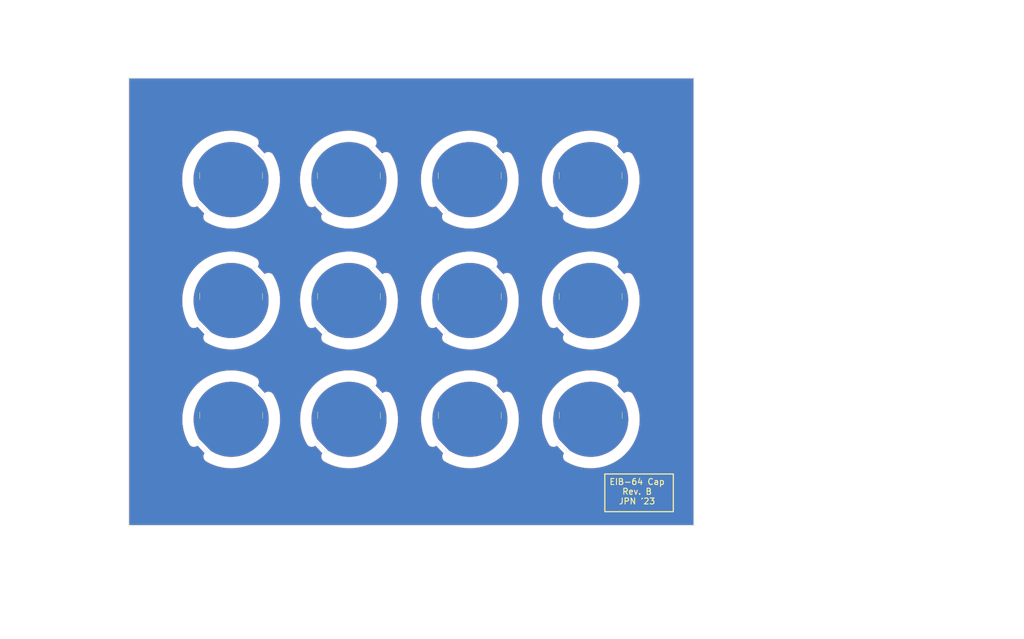
<source format=kicad_pcb>
(kicad_pcb (version 20221018) (generator pcbnew)
  (title_block (title "EIB-64 Cap") (rev "B") (company "Open Ephys, Inc.") (comment 1 "Jonathan Newman"))
  (layers (0 "F.Cu" signal) (31 "B.Cu" signal) (34 "B.Paste" user) (35 "F.Paste" user) (36 "B.SilkS" user "B.Silkscreen") (37 "F.SilkS" user "F.Silkscreen") (38 "B.Mask" user) (39 "F.Mask" user) (44 "Edge.Cuts" user))
  (net 0 "")
  (net 1 "GND")
  (footprint "LOGO" (layer "F.Cu") (at 81.28137 73.606371)
    (fp_text reference "G***" hide)
    (fp_text value "LOGO" hide)
  )
  (footprint "LOGO" (layer "F.Cu") (at 171.28137 103.406371)
    (fp_text reference "G***" hide)
    (fp_text value "LOGO" hide)
  )
  (footprint "LOGO" (layer "F.Cu") (at 112.38137 62.881371)
    (fp_text reference "G***" hide)
    (fp_text value "LOGO" hide)
  )
  (footprint "LOGO" (layer "F.Cu") (at 82.58137 92.781371)
    (fp_text reference "G***" hide)
    (fp_text value "LOGO" hide)
  )
  (footprint "jonnew:HIROSE_DF40C70DP04V51" (layer "F.Cu") (at 141.49675 67.787742)
    (fp_text reference "J3" hide)
    (fp_text value "DF40C-70DP-0.4V(51)" hide)
    (pad "1" smd rect (at -6.8 1.355) (size 0.23 0.66) (layers "F.Cu" "F.Paste" "F.Mask"))
    (pad "2" smd rect (at -6.8 -1.355) (size 0.23 0.66) (layers "F.Cu" "F.Paste" "F.Mask"))
    (pad "3" smd rect (at -6.4 1.355) (size 0.23 0.66) (layers "F.Cu" "F.Paste" "F.Mask"))
    (pad "4" smd rect (at -6.4 -1.355) (size 0.23 0.66) (layers "F.Cu" "F.Paste" "F.Mask"))
    (pad "5" smd rect (at -6 1.355) (size 0.23 0.66) (layers "F.Cu" "F.Paste" "F.Mask"))
    (pad "6" smd rect (at -6 -1.355) (size 0.23 0.66) (layers "F.Cu" "F.Paste" "F.Mask"))
    (pad "7" smd rect (at -5.6 1.355) (size 0.23 0.66) (layers "F.Cu" "F.Paste" "F.Mask"))
    (pad "8" smd rect (at -5.6 -1.355) (size 0.23 0.66) (layers "F.Cu" "F.Paste" "F.Mask"))
    (pad "9" smd rect (at -5.2 1.355) (size 0.23 0.66) (layers "F.Cu" "F.Paste" "F.Mask"))
    (pad "10" smd rect (at -5.2 -1.355) (size 0.23 0.66) (layers "F.Cu" "F.Paste" "F.Mask"))
    (pad "11" smd rect (at -4.8 1.355) (size 0.23 0.66) (layers "F.Cu" "F.Paste" "F.Mask"))
    (pad "12" smd rect (at -4.8 -1.355) (size 0.23 0.66) (layers "F.Cu" "F.Paste" "F.Mask"))
    (pad "13" smd rect (at -4.4 1.355) (size 0.23 0.66) (layers "F.Cu" "F.Paste" "F.Mask"))
    (pad "14" smd rect (at -4.4 -1.355) (size 0.23 0.66) (layers "F.Cu" "F.Paste" "F.Mask"))
    (pad "15" smd rect (at -4 1.355) (size 0.23 0.66) (layers "F.Cu" "F.Paste" "F.Mask"))
    (pad "16" smd rect (at -4 -1.355) (size 0.23 0.66) (layers "F.Cu" "F.Paste" "F.Mask"))
    (pad "17" smd rect (at -3.6 1.355) (size 0.23 0.66) (layers "F.Cu" "F.Paste" "F.Mask"))
    (pad "18" smd rect (at -3.6 -1.355) (size 0.23 0.66) (layers "F.Cu" "F.Paste" "F.Mask"))
    (pad "19" smd rect (at -3.2 1.355) (size 0.23 0.66) (layers "F.Cu" "F.Paste" "F.Mask"))
    (pad "20" smd rect (at -3.2 -1.355) (size 0.23 0.66) (layers "F.Cu" "F.Paste" "F.Mask"))
    (pad "21" smd rect (at -2.8 1.355) (size 0.23 0.66) (layers "F.Cu" "F.Paste" "F.Mask"))
    (pad "22" smd rect (at -2.8 -1.355) (size 0.23 0.66) (layers "F.Cu" "F.Paste" "F.Mask"))
    (pad "23" smd rect (at -2.4 1.355) (size 0.23 0.66) (layers "F.Cu" "F.Paste" "F.Mask"))
    (pad "24" smd rect (at -2.4 -1.355) (size 0.23 0.66) (layers "F.Cu" "F.Paste" "F.Mask"))
    (pad "25" smd rect (at -2 1.355) (size 0.23 0.66) (layers "F.Cu" "F.Paste" "F.Mask"))
    (pad "26" smd rect (at -2 -1.355) (size 0.23 0.66) (layers "F.Cu" "F.Paste" "F.Mask"))
    (pad "27" smd rect (at -1.6 1.355) (size 0.23 0.66) (layers "F.Cu" "F.Paste" "F.Mask"))
    (pad "28" smd rect (at -1.6 -1.355) (size 0.23 0.66) (layers "F.Cu" "F.Paste" "F.Mask"))
    (pad "29" smd rect (at -1.2 1.355) (size 0.23 0.66) (layers "F.Cu" "F.Paste" "F.Mask"))
    (pad "30" smd rect (at -1.2 -1.355) (size 0.23 0.66) (layers "F.Cu" "F.Paste" "F.Mask"))
    (pad "31" smd rect (at -0.8 1.355) (size 0.23 0.66) (layers "F.Cu" "F.Paste" "F.Mask"))
    (pad "32" smd rect (at -0.8 -1.355) (size 0.23 0.66) (layers "F.Cu" "F.Paste" "F.Mask"))
    (pad "33" smd rect (at -0.4 1.355) (size 0.23 0.66) (layers "F.Cu" "F.Paste" "F.Mask"))
    (pad "34" smd rect (at -0.4 -1.355) (size 0.23 0.66) (layers "F.Cu" "F.Paste" "F.Mask"))
    (pad "35" smd rect (at 0 1.355) (size 0.23 0.66) (layers "F.Cu" "F.Paste" "F.Mask"))
    (pad "36" smd rect (at 0 -1.355) (size 0.23 0.66) (layers "F.Cu" "F.Paste" "F.Mask"))
    (pad "37" smd rect (at 0.4 1.355) (size 0.23 0.66) (layers "F.Cu" "F.Paste" "F.Mask"))
    (pad "38" smd rect (at 0.4 -1.355) (size 0.23 0.66) (layers "F.Cu" "F.Paste" "F.Mask"))
    (pad "39" smd rect (at 0.8 1.355) (size 0.23 0.66) (layers "F.Cu" "F.Paste" "F.Mask"))
    (pad "40" smd rect (at 0.8 -1.355) (size 0.23 0.66) (layers "F.Cu" "F.Paste" "F.Mask"))
    (pad "41" smd rect (at 1.2 1.355) (size 0.23 0.66) (layers "F.Cu" "F.Paste" "F.Mask"))
    (pad "42" smd rect (at 1.2 -1.355) (size 0.23 0.66) (layers "F.Cu" "F.Paste" "F.Mask"))
    (pad "43" smd rect (at 1.6 1.355) (size 0.23 0.66) (layers "F.Cu" "F.Paste" "F.Mask"))
    (pad "44" smd rect (at 1.6 -1.355) (size 0.23 0.66) (layers "F.Cu" "F.Paste" "F.Mask"))
    (pad "45" smd rect (at 2 1.355) (size 0.23 0.66) (layers "F.Cu" "F.Paste" "F.Mask"))
    (pad "46" smd rect (at 2 -1.355) (size 0.23 0.66) (layers "F.Cu" "F.Paste" "F.Mask"))
    (pad "47" smd rect (at 2.4 1.355) (size 0.23 0.66) (layers "F.Cu" "F.Paste" "F.Mask"))
    (pad "48" smd rect (at 2.4 -1.355) (size 0.23 0.66) (layers "F.Cu" "F.Paste" "F.Mask"))
    (pad "49" smd rect (at 2.8 1.355) (size 0.23 0.66) (layers "F.Cu" "F.Paste" "F.Mask"))
    (pad "50" smd rect (at 2.8 -1.355) (size 0.23 0.66) (layers "F.Cu" "F.Paste" "F.Mask"))
    (pad "51" smd rect (at 3.2 1.355) (size 0.23 0.66) (layers "F.Cu" "F.Paste" "F.Mask"))
    (pad "52" smd rect (at 3.2 -1.355) (size 0.23 0.66) (layers "F.Cu" "F.Paste" "F.Mask"))
    (pad "53" smd rect (at 3.6 1.355) (size 0.23 0.66) (layers "F.Cu" "F.Paste" "F.Mask"))
    (pad "54" smd rect (at 3.6 -1.355) (size 0.23 0.66) (layers "F.Cu" "F.Paste" "F.Mask"))
    (pad "55" smd rect (at 4 1.355) (size 0.23 0.66) (layers "F.Cu" "F.Paste" "F.Mask"))
    (pad "56" smd rect (at 4 -1.355) (size 0.23 0.66) (layers "F.Cu" "F.Paste" "F.Mask"))
    (pad "57" smd rect (at 4.4 1.355) (size 0.23 0.66) (layers "F.Cu" "F.Paste" "F.Mask"))
    (pad "58" smd rect (at 4.4 -1.355) (size 0.23 0.66) (layers "F.Cu" "F.Paste" "F.Mask"))
    (pad "59" smd rect (at 4.8 1.355) (size 0.23 0.66) (layers "F.Cu" "F.Paste" "F.Mask"))
    (pad "60" smd rect (at 4.8 -1.355) (size 0.23 0.66) (layers "F.Cu" "F.Paste" "F.Mask"))
    (pad "61" smd rect (at 5.2 1.355) (size 0.23 0.66) (layers "F.Cu" "F.Paste" "F.Mask"))
    (pad "62" smd rect (at 5.2 -1.355) (size 0.23 0.66) (layers "F.Cu" "F.Paste" "F.Mask"))
    (pad "63" smd rect (at 5.6 1.355) (size 0.23 0.66) (layers "F.Cu" "F.Paste" "F.Mask"))
    (pad "64" smd rect (at 5.6 -1.355) (size 0.23 0.66) (layers "F.Cu" "F.Paste" "F.Mask"))
    (pad "65" smd rect (at 6 1.355) (size 0.23 0.66) (layers "F.Cu" "F.Paste" "F.Mask"))
    (pad "66" smd rect (at 6 -1.355) (size 0.23 0.66) (layers "F.Cu" "F.Paste" "F.Mask"))
    (pad "67" smd rect (at 6.4 1.355) (size 0.23 0.66) (layers "F.Cu" "F.Paste" "F.Mask"))
    (pad "68" smd rect (at 6.4 -1.355) (size 0.23 0.66) (layers "F.Cu" "F.Paste" "F.Mask"))
    (pad "69" smd rect (at 6.8 1.355) (size 0.23 0.66) (layers "F.Cu" "F.Paste" "F.Mask"))
    (pad "70" smd rect (at 6.8 -1.355) (size 0.23 0.66) (layers "F.Cu" "F.Paste" "F.Mask"))
    (pad "MP1" smd rect (at -7.275 1.355) (size 0.35 0.66) (layers "F.Cu" "F.Paste" "F.Mask") (net 1 "GND"))
    (pad "MP2" smd rect (at -7.275 -1.355) (size 0.35 0.66) (layers "F.Cu" "F.Paste" "F.Mask") (net 1 "GND"))
    (pad "MP3" smd rect (at 7.275 1.355) (size 0.35 0.66) (layers "F.Cu" "F.Paste" "F.Mask") (net 1 "GND"))
    (pad "MP4" smd rect (at 7.275 -1.355) (size 0.35 0.66) (layers "F.Cu" "F.Paste" "F.Mask") (net 1 "GND"))
  )
  (footprint "jonnew:HIROSE_DF40C70DP04V51" (layer "F.Cu") (at 82.24411 67.787742)
    (fp_text reference "J1" hide)
    (fp_text value "DF40C-70DP-0.4V(51)" hide)
    (pad "1" smd rect (at -6.8 1.355) (size 0.23 0.66) (layers "F.Cu" "F.Paste" "F.Mask"))
    (pad "2" smd rect (at -6.8 -1.355) (size 0.23 0.66) (layers "F.Cu" "F.Paste" "F.Mask"))
    (pad "3" smd rect (at -6.4 1.355) (size 0.23 0.66) (layers "F.Cu" "F.Paste" "F.Mask"))
    (pad "4" smd rect (at -6.4 -1.355) (size 0.23 0.66) (layers "F.Cu" "F.Paste" "F.Mask"))
    (pad "5" smd rect (at -6 1.355) (size 0.23 0.66) (layers "F.Cu" "F.Paste" "F.Mask"))
    (pad "6" smd rect (at -6 -1.355) (size 0.23 0.66) (layers "F.Cu" "F.Paste" "F.Mask"))
    (pad "7" smd rect (at -5.6 1.355) (size 0.23 0.66) (layers "F.Cu" "F.Paste" "F.Mask"))
    (pad "8" smd rect (at -5.6 -1.355) (size 0.23 0.66) (layers "F.Cu" "F.Paste" "F.Mask"))
    (pad "9" smd rect (at -5.2 1.355) (size 0.23 0.66) (layers "F.Cu" "F.Paste" "F.Mask"))
    (pad "10" smd rect (at -5.2 -1.355) (size 0.23 0.66) (layers "F.Cu" "F.Paste" "F.Mask"))
    (pad "11" smd rect (at -4.8 1.355) (size 0.23 0.66) (layers "F.Cu" "F.Paste" "F.Mask"))
    (pad "12" smd rect (at -4.8 -1.355) (size 0.23 0.66) (layers "F.Cu" "F.Paste" "F.Mask"))
    (pad "13" smd rect (at -4.4 1.355) (size 0.23 0.66) (layers "F.Cu" "F.Paste" "F.Mask"))
    (pad "14" smd rect (at -4.4 -1.355) (size 0.23 0.66) (layers "F.Cu" "F.Paste" "F.Mask"))
    (pad "15" smd rect (at -4 1.355) (size 0.23 0.66) (layers "F.Cu" "F.Paste" "F.Mask"))
    (pad "16" smd rect (at -4 -1.355) (size 0.23 0.66) (layers "F.Cu" "F.Paste" "F.Mask"))
    (pad "17" smd rect (at -3.6 1.355) (size 0.23 0.66) (layers "F.Cu" "F.Paste" "F.Mask"))
    (pad "18" smd rect (at -3.6 -1.355) (size 0.23 0.66) (layers "F.Cu" "F.Paste" "F.Mask"))
    (pad "19" smd rect (at -3.2 1.355) (size 0.23 0.66) (layers "F.Cu" "F.Paste" "F.Mask"))
    (pad "20" smd rect (at -3.2 -1.355) (size 0.23 0.66) (layers "F.Cu" "F.Paste" "F.Mask"))
    (pad "21" smd rect (at -2.8 1.355) (size 0.23 0.66) (layers "F.Cu" "F.Paste" "F.Mask"))
    (pad "22" smd rect (at -2.8 -1.355) (size 0.23 0.66) (layers "F.Cu" "F.Paste" "F.Mask"))
    (pad "23" smd rect (at -2.4 1.355) (size 0.23 0.66) (layers "F.Cu" "F.Paste" "F.Mask"))
    (pad "24" smd rect (at -2.4 -1.355) (size 0.23 0.66) (layers "F.Cu" "F.Paste" "F.Mask"))
    (pad "25" smd rect (at -2 1.355) (size 0.23 0.66) (layers "F.Cu" "F.Paste" "F.Mask"))
    (pad "26" smd rect (at -2 -1.355) (size 0.23 0.66) (layers "F.Cu" "F.Paste" "F.Mask"))
    (pad "27" smd rect (at -1.6 1.355) (size 0.23 0.66) (layers "F.Cu" "F.Paste" "F.Mask"))
    (pad "28" smd rect (at -1.6 -1.355) (size 0.23 0.66) (layers "F.Cu" "F.Paste" "F.Mask"))
    (pad "29" smd rect (at -1.2 1.355) (size 0.23 0.66) (layers "F.Cu" "F.Paste" "F.Mask"))
    (pad "30" smd rect (at -1.2 -1.355) (size 0.23 0.66) (layers "F.Cu" "F.Paste" "F.Mask"))
    (pad "31" smd rect (at -0.8 1.355) (size 0.23 0.66) (layers "F.Cu" "F.Paste" "F.Mask"))
    (pad "32" smd rect (at -0.8 -1.355) (size 0.23 0.66) (layers "F.Cu" "F.Paste" "F.Mask"))
    (pad "33" smd rect (at -0.4 1.355) (size 0.23 0.66) (layers "F.Cu" "F.Paste" "F.Mask"))
    (pad "34" smd rect (at -0.4 -1.355) (size 0.23 0.66) (layers "F.Cu" "F.Paste" "F.Mask"))
    (pad "35" smd rect (at 0 1.355) (size 0.23 0.66) (layers "F.Cu" "F.Paste" "F.Mask"))
    (pad "36" smd rect (at 0 -1.355) (size 0.23 0.66) (layers "F.Cu" "F.Paste" "F.Mask"))
    (pad "37" smd rect (at 0.4 1.355) (size 0.23 0.66) (layers "F.Cu" "F.Paste" "F.Mask"))
    (pad "38" smd rect (at 0.4 -1.355) (size 0.23 0.66) (layers "F.Cu" "F.Paste" "F.Mask"))
    (pad "39" smd rect (at 0.8 1.355) (size 0.23 0.66) (layers "F.Cu" "F.Paste" "F.Mask"))
    (pad "40" smd rect (at 0.8 -1.355) (size 0.23 0.66) (layers "F.Cu" "F.Paste" "F.Mask"))
    (pad "41" smd rect (at 1.2 1.355) (size 0.23 0.66) (layers "F.Cu" "F.Paste" "F.Mask"))
    (pad "42" smd rect (at 1.2 -1.355) (size 0.23 0.66) (layers "F.Cu" "F.Paste" "F.Mask"))
    (pad "43" smd rect (at 1.6 1.355) (size 0.23 0.66) (layers "F.Cu" "F.Paste" "F.Mask"))
    (pad "44" smd rect (at 1.6 -1.355) (size 0.23 0.66) (layers "F.Cu" "F.Paste" "F.Mask"))
    (pad "45" smd rect (at 2 1.355) (size 0.23 0.66) (layers "F.Cu" "F.Paste" "F.Mask"))
    (pad "46" smd rect (at 2 -1.355) (size 0.23 0.66) (layers "F.Cu" "F.Paste" "F.Mask"))
    (pad "47" smd rect (at 2.4 1.355) (size 0.23 0.66) (layers "F.Cu" "F.Paste" "F.Mask"))
    (pad "48" smd rect (at 2.4 -1.355) (size 0.23 0.66) (layers "F.Cu" "F.Paste" "F.Mask"))
    (pad "49" smd rect (at 2.8 1.355) (size 0.23 0.66) (layers "F.Cu" "F.Paste" "F.Mask"))
    (pad "50" smd rect (at 2.8 -1.355) (size 0.23 0.66) (layers "F.Cu" "F.Paste" "F.Mask"))
    (pad "51" smd rect (at 3.2 1.355) (size 0.23 0.66) (layers "F.Cu" "F.Paste" "F.Mask"))
    (pad "52" smd rect (at 3.2 -1.355) (size 0.23 0.66) (layers "F.Cu" "F.Paste" "F.Mask"))
    (pad "53" smd rect (at 3.6 1.355) (size 0.23 0.66) (layers "F.Cu" "F.Paste" "F.Mask"))
    (pad "54" smd rect (at 3.6 -1.355) (size 0.23 0.66) (layers "F.Cu" "F.Paste" "F.Mask"))
    (pad "55" smd rect (at 4 1.355) (size 0.23 0.66) (layers "F.Cu" "F.Paste" "F.Mask"))
    (pad "56" smd rect (at 4 -1.355) (size 0.23 0.66) (layers "F.Cu" "F.Paste" "F.Mask"))
    (pad "57" smd rect (at 4.4 1.355) (size 0.23 0.66) (layers "F.Cu" "F.Paste" "F.Mask"))
    (pad "58" smd rect (at 4.4 -1.355) (size 0.23 0.66) (layers "F.Cu" "F.Paste" "F.Mask"))
    (pad "59" smd rect (at 4.8 1.355) (size 0.23 0.66) (layers "F.Cu" "F.Paste" "F.Mask"))
    (pad "60" smd rect (at 4.8 -1.355) (size 0.23 0.66) (layers "F.Cu" "F.Paste" "F.Mask"))
    (pad "61" smd rect (at 5.2 1.355) (size 0.23 0.66) (layers "F.Cu" "F.Paste" "F.Mask"))
    (pad "62" smd rect (at 5.2 -1.355) (size 0.23 0.66) (layers "F.Cu" "F.Paste" "F.Mask"))
    (pad "63" smd rect (at 5.6 1.355) (size 0.23 0.66) (layers "F.Cu" "F.Paste" "F.Mask"))
    (pad "64" smd rect (at 5.6 -1.355) (size 0.23 0.66) (layers "F.Cu" "F.Paste" "F.Mask"))
    (pad "65" smd rect (at 6 1.355) (size 0.23 0.66) (layers "F.Cu" "F.Paste" "F.Mask"))
    (pad "66" smd rect (at 6 -1.355) (size 0.23 0.66) (layers "F.Cu" "F.Paste" "F.Mask"))
    (pad "67" smd rect (at 6.4 1.355) (size 0.23 0.66) (layers "F.Cu" "F.Paste" "F.Mask"))
    (pad "68" smd rect (at 6.4 -1.355) (size 0.23 0.66) (layers "F.Cu" "F.Paste" "F.Mask"))
    (pad "69" smd rect (at 6.8 1.355) (size 0.23 0.66) (layers "F.Cu" "F.Paste" "F.Mask"))
    (pad "70" smd rect (at 6.8 -1.355) (size 0.23 0.66) (layers "F.Cu" "F.Paste" "F.Mask"))
    (pad "MP1" smd rect (at -7.275 1.355) (size 0.35 0.66) (layers "F.Cu" "F.Paste" "F.Mask") (net 1 "GND"))
    (pad "MP2" smd rect (at -7.275 -1.355) (size 0.35 0.66) (layers "F.Cu" "F.Paste" "F.Mask") (net 1 "GND"))
    (pad "MP3" smd rect (at 7.275 1.355) (size 0.35 0.66) (layers "F.Cu" "F.Paste" "F.Mask") (net 1 "GND"))
    (pad "MP4" smd rect (at 7.275 -1.355) (size 0.35 0.66) (layers "F.Cu" "F.Paste" "F.Mask") (net 1 "GND"))
  )
  (footprint "LOGO" (layer "F.Cu") (at 141.28137 73.606371)
    (fp_text reference "G***" hide)
    (fp_text value "LOGO" hide)
  )
  (footprint "jonnew:HIROSE_DF40C70DP04V51" (layer "F.Cu") (at 111.49675 67.787742)
    (fp_text reference "J2" hide)
    (fp_text value "DF40C-70DP-0.4V(51)" hide)
    (pad "1" smd rect (at -6.8 1.355) (size 0.23 0.66) (layers "F.Cu" "F.Paste" "F.Mask"))
    (pad "2" smd rect (at -6.8 -1.355) (size 0.23 0.66) (layers "F.Cu" "F.Paste" "F.Mask"))
    (pad "3" smd rect (at -6.4 1.355) (size 0.23 0.66) (layers "F.Cu" "F.Paste" "F.Mask"))
    (pad "4" smd rect (at -6.4 -1.355) (size 0.23 0.66) (layers "F.Cu" "F.Paste" "F.Mask"))
    (pad "5" smd rect (at -6 1.355) (size 0.23 0.66) (layers "F.Cu" "F.Paste" "F.Mask"))
    (pad "6" smd rect (at -6 -1.355) (size 0.23 0.66) (layers "F.Cu" "F.Paste" "F.Mask"))
    (pad "7" smd rect (at -5.6 1.355) (size 0.23 0.66) (layers "F.Cu" "F.Paste" "F.Mask"))
    (pad "8" smd rect (at -5.6 -1.355) (size 0.23 0.66) (layers "F.Cu" "F.Paste" "F.Mask"))
    (pad "9" smd rect (at -5.2 1.355) (size 0.23 0.66) (layers "F.Cu" "F.Paste" "F.Mask"))
    (pad "10" smd rect (at -5.2 -1.355) (size 0.23 0.66) (layers "F.Cu" "F.Paste" "F.Mask"))
    (pad "11" smd rect (at -4.8 1.355) (size 0.23 0.66) (layers "F.Cu" "F.Paste" "F.Mask"))
    (pad "12" smd rect (at -4.8 -1.355) (size 0.23 0.66) (layers "F.Cu" "F.Paste" "F.Mask"))
    (pad "13" smd rect (at -4.4 1.355) (size 0.23 0.66) (layers "F.Cu" "F.Paste" "F.Mask"))
    (pad "14" smd rect (at -4.4 -1.355) (size 0.23 0.66) (layers "F.Cu" "F.Paste" "F.Mask"))
    (pad "15" smd rect (at -4 1.355) (size 0.23 0.66) (layers "F.Cu" "F.Paste" "F.Mask"))
    (pad "16" smd rect (at -4 -1.355) (size 0.23 0.66) (layers "F.Cu" "F.Paste" "F.Mask"))
    (pad "17" smd rect (at -3.6 1.355) (size 0.23 0.66) (layers "F.Cu" "F.Paste" "F.Mask"))
    (pad "18" smd rect (at -3.6 -1.355) (size 0.23 0.66) (layers "F.Cu" "F.Paste" "F.Mask"))
    (pad "19" smd rect (at -3.2 1.355) (size 0.23 0.66) (layers "F.Cu" "F.Paste" "F.Mask"))
    (pad "20" smd rect (at -3.2 -1.355) (size 0.23 0.66) (layers "F.Cu" "F.Paste" "F.Mask"))
    (pad "21" smd rect (at -2.8 1.355) (size 0.23 0.66) (layers "F.Cu" "F.Paste" "F.Mask"))
    (pad "22" smd rect (at -2.8 -1.355) (size 0.23 0.66) (layers "F.Cu" "F.Paste" "F.Mask"))
    (pad "23" smd rect (at -2.4 1.355) (size 0.23 0.66) (layers "F.Cu" "F.Paste" "F.Mask"))
    (pad "24" smd rect (at -2.4 -1.355) (size 0.23 0.66) (layers "F.Cu" "F.Paste" "F.Mask"))
    (pad "25" smd rect (at -2 1.355) (size 0.23 0.66) (layers "F.Cu" "F.Paste" "F.Mask"))
    (pad "26" smd rect (at -2 -1.355) (size 0.23 0.66) (layers "F.Cu" "F.Paste" "F.Mask"))
    (pad "27" smd rect (at -1.6 1.355) (size 0.23 0.66) (layers "F.Cu" "F.Paste" "F.Mask"))
    (pad "28" smd rect (at -1.6 -1.355) (size 0.23 0.66) (layers "F.Cu" "F.Paste" "F.Mask"))
    (pad "29" smd rect (at -1.2 1.355) (size 0.23 0.66) (layers "F.Cu" "F.Paste" "F.Mask"))
    (pad "30" smd rect (at -1.2 -1.355) (size 0.23 0.66) (layers "F.Cu" "F.Paste" "F.Mask"))
    (pad "31" smd rect (at -0.8 1.355) (size 0.23 0.66) (layers "F.Cu" "F.Paste" "F.Mask"))
    (pad "32" smd rect (at -0.8 -1.355) (size 0.23 0.66) (layers "F.Cu" "F.Paste" "F.Mask"))
    (pad "33" smd rect (at -0.4 1.355) (size 0.23 0.66) (layers "F.Cu" "F.Paste" "F.Mask"))
    (pad "34" smd rect (at -0.4 -1.355) (size 0.23 0.66) (layers "F.Cu" "F.Paste" "F.Mask"))
    (pad "35" smd rect (at 0 1.355) (size 0.23 0.66) (layers "F.Cu" "F.Paste" "F.Mask"))
    (pad "36" smd rect (at 0 -1.355) (size 0.23 0.66) (layers "F.Cu" "F.Paste" "F.Mask"))
    (pad "37" smd rect (at 0.4 1.355) (size 0.23 0.66) (layers "F.Cu" "F.Paste" "F.Mask"))
    (pad "38" smd rect (at 0.4 -1.355) (size 0.23 0.66) (layers "F.Cu" "F.Paste" "F.Mask"))
    (pad "39" smd rect (at 0.8 1.355) (size 0.23 0.66) (layers "F.Cu" "F.Paste" "F.Mask"))
    (pad "40" smd rect (at 0.8 -1.355) (size 0.23 0.66) (layers "F.Cu" "F.Paste" "F.Mask"))
    (pad "41" smd rect (at 1.2 1.355) (size 0.23 0.66) (layers "F.Cu" "F.Paste" "F.Mask"))
    (pad "42" smd rect (at 1.2 -1.355) (size 0.23 0.66) (layers "F.Cu" "F.Paste" "F.Mask"))
    (pad "43" smd rect (at 1.6 1.355) (size 0.23 0.66) (layers "F.Cu" "F.Paste" "F.Mask"))
    (pad "44" smd rect (at 1.6 -1.355) (size 0.23 0.66) (layers "F.Cu" "F.Paste" "F.Mask"))
    (pad "45" smd rect (at 2 1.355) (size 0.23 0.66) (layers "F.Cu" "F.Paste" "F.Mask"))
    (pad "46" smd rect (at 2 -1.355) (size 0.23 0.66) (layers "F.Cu" "F.Paste" "F.Mask"))
    (pad "47" smd rect (at 2.4 1.355) (size 0.23 0.66) (layers "F.Cu" "F.Paste" "F.Mask"))
    (pad "48" smd rect (at 2.4 -1.355) (size 0.23 0.66) (layers "F.Cu" "F.Paste" "F.Mask"))
    (pad "49" smd rect (at 2.8 1.355) (size 0.23 0.66) (layers "F.Cu" "F.Paste" "F.Mask"))
    (pad "50" smd rect (at 2.8 -1.355) (size 0.23 0.66) (layers "F.Cu" "F.Paste" "F.Mask"))
    (pad "51" smd rect (at 3.2 1.355) (size 0.23 0.66) (layers "F.Cu" "F.Paste" "F.Mask"))
    (pad "52" smd rect (at 3.2 -1.355) (size 0.23 0.66) (layers "F.Cu" "F.Paste" "F.Mask"))
    (pad "53" smd rect (at 3.6 1.355) (size 0.23 0.66) (layers "F.Cu" "F.Paste" "F.Mask"))
    (pad "54" smd rect (at 3.6 -1.355) (size 0.23 0.66) (layers "F.Cu" "F.Paste" "F.Mask"))
    (pad "55" smd rect (at 4 1.355) (size 0.23 0.66) (layers "F.Cu" "F.Paste" "F.Mask"))
    (pad "56" smd rect (at 4 -1.355) (size 0.23 0.66) (layers "F.Cu" "F.Paste" "F.Mask"))
    (pad "57" smd rect (at 4.4 1.355) (size 0.23 0.66) (layers "F.Cu" "F.Paste" "F.Mask"))
    (pad "58" smd rect (at 4.4 -1.355) (size 0.23 0.66) (layers "F.Cu" "F.Paste" "F.Mask"))
    (pad "59" smd rect (at 4.8 1.355) (size 0.23 0.66) (layers "F.Cu" "F.Paste" "F.Mask"))
    (pad "60" smd rect (at 4.8 -1.355) (size 0.23 0.66) (layers "F.Cu" "F.Paste" "F.Mask"))
    (pad "61" smd rect (at 5.2 1.355) (size 0.23 0.66) (layers "F.Cu" "F.Paste" "F.Mask"))
    (pad "62" smd rect (at 5.2 -1.355) (size 0.23 0.66) (layers "F.Cu" "F.Paste" "F.Mask"))
    (pad "63" smd rect (at 5.6 1.355) (size 0.23 0.66) (layers "F.Cu" "F.Paste" "F.Mask"))
    (pad "64" smd rect (at 5.6 -1.355) (size 0.23 0.66) (layers "F.Cu" "F.Paste" "F.Mask"))
    (pad "65" smd rect (at 6 1.355) (size 0.23 0.66) (layers "F.Cu" "F.Paste" "F.Mask"))
    (pad "66" smd rect (at 6 -1.355) (size 0.23 0.66) (layers "F.Cu" "F.Paste" "F.Mask"))
    (pad "67" smd rect (at 6.4 1.355) (size 0.23 0.66) (layers "F.Cu" "F.Paste" "F.Mask"))
    (pad "68" smd rect (at 6.4 -1.355) (size 0.23 0.66) (layers "F.Cu" "F.Paste" "F.Mask"))
    (pad "69" smd rect (at 6.8 1.355) (size 0.23 0.66) (layers "F.Cu" "F.Paste" "F.Mask"))
    (pad "70" smd rect (at 6.8 -1.355) (size 0.23 0.66) (layers "F.Cu" "F.Paste" "F.Mask"))
    (pad "MP1" smd rect (at -7.275 1.355) (size 0.35 0.66) (layers "F.Cu" "F.Paste" "F.Mask") (net 1 "GND"))
    (pad "MP2" smd rect (at -7.275 -1.355) (size 0.35 0.66) (layers "F.Cu" "F.Paste" "F.Mask") (net 1 "GND"))
    (pad "MP3" smd rect (at 7.275 1.355) (size 0.35 0.66) (layers "F.Cu" "F.Paste" "F.Mask") (net 1 "GND"))
    (pad "MP4" smd rect (at 7.275 -1.355) (size 0.35 0.66) (layers "F.Cu" "F.Paste" "F.Mask") (net 1 "GND"))
  )
  (footprint "LOGO" (layer "F.Cu") (at 111.28137 103.406371)
    (fp_text reference "G***" hide)
    (fp_text value "LOGO" hide)
  )
  (footprint "LOGO" (layer "F.Cu") (at 81.28137 103.406371)
    (fp_text reference "G***" hide)
    (fp_text value "LOGO" hide)
  )
  (footprint "LOGO" (layer "F.Cu") (at 81.28137 133.206371)
    (fp_text reference "G***" hide)
    (fp_text value "LOGO" hide)
  )
  (footprint "LOGO" (layer "F.Cu") (at 111.28137 73.606371)
    (fp_text reference "G***" hide)
    (fp_text value "LOGO" hide)
  )
  (footprint "LOGO" (layer "F.Cu") (at 142.18137 92.781371)
    (fp_text reference "G***" hide)
    (fp_text value "LOGO" hide)
  )
  (footprint "jonnew:HIROSE_DF40C70DP04V51" (layer "F.Cu") (at 171.49675 67.787742)
    (fp_text reference "J4" hide)
    (fp_text value "DF40C-70DP-0.4V(51)" hide)
    (pad "1" smd rect (at -6.8 1.355) (size 0.23 0.66) (layers "F.Cu" "F.Paste" "F.Mask"))
    (pad "2" smd rect (at -6.8 -1.355) (size 0.23 0.66) (layers "F.Cu" "F.Paste" "F.Mask"))
    (pad "3" smd rect (at -6.4 1.355) (size 0.23 0.66) (layers "F.Cu" "F.Paste" "F.Mask"))
    (pad "4" smd rect (at -6.4 -1.355) (size 0.23 0.66) (layers "F.Cu" "F.Paste" "F.Mask"))
    (pad "5" smd rect (at -6 1.355) (size 0.23 0.66) (layers "F.Cu" "F.Paste" "F.Mask"))
    (pad "6" smd rect (at -6 -1.355) (size 0.23 0.66) (layers "F.Cu" "F.Paste" "F.Mask"))
    (pad "7" smd rect (at -5.6 1.355) (size 0.23 0.66) (layers "F.Cu" "F.Paste" "F.Mask"))
    (pad "8" smd rect (at -5.6 -1.355) (size 0.23 0.66) (layers "F.Cu" "F.Paste" "F.Mask"))
    (pad "9" smd rect (at -5.2 1.355) (size 0.23 0.66) (layers "F.Cu" "F.Paste" "F.Mask"))
    (pad "10" smd rect (at -5.2 -1.355) (size 0.23 0.66) (layers "F.Cu" "F.Paste" "F.Mask"))
    (pad "11" smd rect (at -4.8 1.355) (size 0.23 0.66) (layers "F.Cu" "F.Paste" "F.Mask"))
    (pad "12" smd rect (at -4.8 -1.355) (size 0.23 0.66) (layers "F.Cu" "F.Paste" "F.Mask"))
    (pad "13" smd rect (at -4.4 1.355) (size 0.23 0.66) (layers "F.Cu" "F.Paste" "F.Mask"))
    (pad "14" smd rect (at -4.4 -1.355) (size 0.23 0.66) (layers "F.Cu" "F.Paste" "F.Mask"))
    (pad "15" smd rect (at -4 1.355) (size 0.23 0.66) (layers "F.Cu" "F.Paste" "F.Mask"))
    (pad "16" smd rect (at -4 -1.355) (size 0.23 0.66) (layers "F.Cu" "F.Paste" "F.Mask"))
    (pad "17" smd rect (at -3.6 1.355) (size 0.23 0.66) (layers "F.Cu" "F.Paste" "F.Mask"))
    (pad "18" smd rect (at -3.6 -1.355) (size 0.23 0.66) (layers "F.Cu" "F.Paste" "F.Mask"))
    (pad "19" smd rect (at -3.2 1.355) (size 0.23 0.66) (layers "F.Cu" "F.Paste" "F.Mask"))
    (pad "20" smd rect (at -3.2 -1.355) (size 0.23 0.66) (layers "F.Cu" "F.Paste" "F.Mask"))
    (pad "21" smd rect (at -2.8 1.355) (size 0.23 0.66) (layers "F.Cu" "F.Paste" "F.Mask"))
    (pad "22" smd rect (at -2.8 -1.355) (size 0.23 0.66) (layers "F.Cu" "F.Paste" "F.Mask"))
    (pad "23" smd rect (at -2.4 1.355) (size 0.23 0.66) (layers "F.Cu" "F.Paste" "F.Mask"))
    (pad "24" smd rect (at -2.4 -1.355) (size 0.23 0.66) (layers "F.Cu" "F.Paste" "F.Mask"))
    (pad "25" smd rect (at -2 1.355) (size 0.23 0.66) (layers "F.Cu" "F.Paste" "F.Mask"))
    (pad "26" smd rect (at -2 -1.355) (size 0.23 0.66) (layers "F.Cu" "F.Paste" "F.Mask"))
    (pad "27" smd rect (at -1.6 1.355) (size 0.23 0.66) (layers "F.Cu" "F.Paste" "F.Mask"))
    (pad "28" smd rect (at -1.6 -1.355) (size 0.23 0.66) (layers "F.Cu" "F.Paste" "F.Mask"))
    (pad "29" smd rect (at -1.2 1.355) (size 0.23 0.66) (layers "F.Cu" "F.Paste" "F.Mask"))
    (pad "30" smd rect (at -1.2 -1.355) (size 0.23 0.66) (layers "F.Cu" "F.Paste" "F.Mask"))
    (pad "31" smd rect (at -0.8 1.355) (size 0.23 0.66) (layers "F.Cu" "F.Paste" "F.Mask"))
    (pad "32" smd rect (at -0.8 -1.355) (size 0.23 0.66) (layers "F.Cu" "F.Paste" "F.Mask"))
    (pad "33" smd rect (at -0.4 1.355) (size 0.23 0.66) (layers "F.Cu" "F.Paste" "F.Mask"))
    (pad "34" smd rect (at -0.4 -1.355) (size 0.23 0.66) (layers "F.Cu" "F.Paste" "F.Mask"))
    (pad "35" smd rect (at 0 1.355) (size 0.23 0.66) (layers "F.Cu" "F.Paste" "F.Mask"))
    (pad "36" smd rect (at 0 -1.355) (size 0.23 0.66) (layers "F.Cu" "F.Paste" "F.Mask"))
    (pad "37" smd rect (at 0.4 1.355) (size 0.23 0.66) (layers "F.Cu" "F.Paste" "F.Mask"))
    (pad "38" smd rect (at 0.4 -1.355) (size 0.23 0.66) (layers "F.Cu" "F.Paste" "F.Mask"))
    (pad "39" smd rect (at 0.8 1.355) (size 0.23 0.66) (layers "F.Cu" "F.Paste" "F.Mask"))
    (pad "40" smd rect (at 0.8 -1.355) (size 0.23 0.66) (layers "F.Cu" "F.Paste" "F.Mask"))
    (pad "41" smd rect (at 1.2 1.355) (size 0.23 0.66) (layers "F.Cu" "F.Paste" "F.Mask"))
    (pad "42" smd rect (at 1.2 -1.355) (size 0.23 0.66) (layers "F.Cu" "F.Paste" "F.Mask"))
    (pad "43" smd rect (at 1.6 1.355) (size 0.23 0.66) (layers "F.Cu" "F.Paste" "F.Mask"))
    (pad "44" smd rect (at 1.6 -1.355) (size 0.23 0.66) (layers "F.Cu" "F.Paste" "F.Mask"))
    (pad "45" smd rect (at 2 1.355) (size 0.23 0.66) (layers "F.Cu" "F.Paste" "F.Mask"))
    (pad "46" smd rect (at 2 -1.355) (size 0.23 0.66) (layers "F.Cu" "F.Paste" "F.Mask"))
    (pad "47" smd rect (at 2.4 1.355) (size 0.23 0.66) (layers "F.Cu" "F.Paste" "F.Mask"))
    (pad "48" smd rect (at 2.4 -1.355) (size 0.23 0.66) (layers "F.Cu" "F.Paste" "F.Mask"))
    (pad "49" smd rect (at 2.8 1.355) (size 0.23 0.66) (layers "F.Cu" "F.Paste" "F.Mask"))
    (pad "50" smd rect (at 2.8 -1.355) (size 0.23 0.66) (layers "F.Cu" "F.Paste" "F.Mask"))
    (pad "51" smd rect (at 3.2 1.355) (size 0.23 0.66) (layers "F.Cu" "F.Paste" "F.Mask"))
    (pad "52" smd rect (at 3.2 -1.355) (size 0.23 0.66) (layers "F.Cu" "F.Paste" "F.Mask"))
    (pad "53" smd rect (at 3.6 1.355) (size 0.23 0.66) (layers "F.Cu" "F.Paste" "F.Mask"))
    (pad "54" smd rect (at 3.6 -1.355) (size 0.23 0.66) (layers "F.Cu" "F.Paste" "F.Mask"))
    (pad "55" smd rect (at 4 1.355) (size 0.23 0.66) (layers "F.Cu" "F.Paste" "F.Mask"))
    (pad "56" smd rect (at 4 -1.355) (size 0.23 0.66) (layers "F.Cu" "F.Paste" "F.Mask"))
    (pad "57" smd rect (at 4.4 1.355) (size 0.23 0.66) (layers "F.Cu" "F.Paste" "F.Mask"))
    (pad "58" smd rect (at 4.4 -1.355) (size 0.23 0.66) (layers "F.Cu" "F.Paste" "F.Mask"))
    (pad "59" smd rect (at 4.8 1.355) (size 0.23 0.66) (layers "F.Cu" "F.Paste" "F.Mask"))
    (pad "60" smd rect (at 4.8 -1.355) (size 0.23 0.66) (layers "F.Cu" "F.Paste" "F.Mask"))
    (pad "61" smd rect (at 5.2 1.355) (size 0.23 0.66) (layers "F.Cu" "F.Paste" "F.Mask"))
    (pad "62" smd rect (at 5.2 -1.355) (size 0.23 0.66) (layers "F.Cu" "F.Paste" "F.Mask"))
    (pad "63" smd rect (at 5.6 1.355) (size 0.23 0.66) (layers "F.Cu" "F.Paste" "F.Mask"))
    (pad "64" smd rect (at 5.6 -1.355) (size 0.23 0.66) (layers "F.Cu" "F.Paste" "F.Mask"))
    (pad "65" smd rect (at 6 1.355) (size 0.23 0.66) (layers "F.Cu" "F.Paste" "F.Mask"))
    (pad "66" smd rect (at 6 -1.355) (size 0.23 0.66) (layers "F.Cu" "F.Paste" "F.Mask"))
    (pad "67" smd rect (at 6.4 1.355) (size 0.23 0.66) (layers "F.Cu" "F.Paste" "F.Mask"))
    (pad "68" smd rect (at 6.4 -1.355) (size 0.23 0.66) (layers "F.Cu" "F.Paste" "F.Mask"))
    (pad "69" smd rect (at 6.8 1.355) (size 0.23 0.66) (layers "F.Cu" "F.Paste" "F.Mask"))
    (pad "70" smd rect (at 6.8 -1.355) (size 0.23 0.66) (layers "F.Cu" "F.Paste" "F.Mask"))
    (pad "MP1" smd rect (at -7.275 1.355) (size 0.35 0.66) (layers "F.Cu" "F.Paste" "F.Mask") (net 1 "GND"))
    (pad "MP2" smd rect (at -7.275 -1.355) (size 0.35 0.66) (layers "F.Cu" "F.Paste" "F.Mask") (net 1 "GND"))
    (pad "MP3" smd rect (at 7.275 1.355) (size 0.35 0.66) (layers "F.Cu" "F.Paste" "F.Mask") (net 1 "GND"))
    (pad "MP4" smd rect (at 7.275 -1.355) (size 0.35 0.66) (layers "F.Cu" "F.Paste" "F.Mask") (net 1 "GND"))
  )
  (footprint "LOGO" (layer "F.Cu") (at 82.58137 62.881371)
    (fp_text reference "G***" hide)
    (fp_text value "LOGO" hide)
  )
  (footprint "LOGO" (layer "F.Cu") (at 171.98137 92.781371)
    (fp_text reference "G***" hide)
    (fp_text value "LOGO" hide)
  )
  (footprint "LOGO" (layer "F.Cu") (at 171.98137 122.381371)
    (fp_text reference "G***" hide)
    (fp_text value "LOGO" hide)
  )
  (footprint "jonnew:HIROSE_DF40C70DP04V51" (layer "F.Cu") (at 82.28137 127.281371)
    (fp_text reference "J9" hide)
    (fp_text value "DF40C-70DP-0.4V(51)" hide)
    (pad "1" smd rect (at -6.8 1.355) (size 0.23 0.66) (layers "F.Cu" "F.Paste" "F.Mask"))
    (pad "2" smd rect (at -6.8 -1.355) (size 0.23 0.66) (layers "F.Cu" "F.Paste" "F.Mask"))
    (pad "3" smd rect (at -6.4 1.355) (size 0.23 0.66) (layers "F.Cu" "F.Paste" "F.Mask"))
    (pad "4" smd rect (at -6.4 -1.355) (size 0.23 0.66) (layers "F.Cu" "F.Paste" "F.Mask"))
    (pad "5" smd rect (at -6 1.355) (size 0.23 0.66) (layers "F.Cu" "F.Paste" "F.Mask"))
    (pad "6" smd rect (at -6 -1.355) (size 0.23 0.66) (layers "F.Cu" "F.Paste" "F.Mask"))
    (pad "7" smd rect (at -5.6 1.355) (size 0.23 0.66) (layers "F.Cu" "F.Paste" "F.Mask"))
    (pad "8" smd rect (at -5.6 -1.355) (size 0.23 0.66) (layers "F.Cu" "F.Paste" "F.Mask"))
    (pad "9" smd rect (at -5.2 1.355) (size 0.23 0.66) (layers "F.Cu" "F.Paste" "F.Mask"))
    (pad "10" smd rect (at -5.2 -1.355) (size 0.23 0.66) (layers "F.Cu" "F.Paste" "F.Mask"))
    (pad "11" smd rect (at -4.8 1.355) (size 0.23 0.66) (layers "F.Cu" "F.Paste" "F.Mask"))
    (pad "12" smd rect (at -4.8 -1.355) (size 0.23 0.66) (layers "F.Cu" "F.Paste" "F.Mask"))
    (pad "13" smd rect (at -4.4 1.355) (size 0.23 0.66) (layers "F.Cu" "F.Paste" "F.Mask"))
    (pad "14" smd rect (at -4.4 -1.355) (size 0.23 0.66) (layers "F.Cu" "F.Paste" "F.Mask"))
    (pad "15" smd rect (at -4 1.355) (size 0.23 0.66) (layers "F.Cu" "F.Paste" "F.Mask"))
    (pad "16" smd rect (at -4 -1.355) (size 0.23 0.66) (layers "F.Cu" "F.Paste" "F.Mask"))
    (pad "17" smd rect (at -3.6 1.355) (size 0.23 0.66) (layers "F.Cu" "F.Paste" "F.Mask"))
    (pad "18" smd rect (at -3.6 -1.355) (size 0.23 0.66) (layers "F.Cu" "F.Paste" "F.Mask"))
    (pad "19" smd rect (at -3.2 1.355) (size 0.23 0.66) (layers "F.Cu" "F.Paste" "F.Mask"))
    (pad "20" smd rect (at -3.2 -1.355) (size 0.23 0.66) (layers "F.Cu" "F.Paste" "F.Mask"))
    (pad "21" smd rect (at -2.8 1.355) (size 0.23 0.66) (layers "F.Cu" "F.Paste" "F.Mask"))
    (pad "22" smd rect (at -2.8 -1.355) (size 0.23 0.66) (layers "F.Cu" "F.Paste" "F.Mask"))
    (pad "23" smd rect (at -2.4 1.355) (size 0.23 0.66) (layers "F.Cu" "F.Paste" "F.Mask"))
    (pad "24" smd rect (at -2.4 -1.355) (size 0.23 0.66) (layers "F.Cu" "F.Paste" "F.Mask"))
    (pad "25" smd rect (at -2 1.355) (size 0.23 0.66) (layers "F.Cu" "F.Paste" "F.Mask"))
    (pad "26" smd rect (at -2 -1.355) (size 0.23 0.66) (layers "F.Cu" "F.Paste" "F.Mask"))
    (pad "27" smd rect (at -1.6 1.355) (size 0.23 0.66) (layers "F.Cu" "F.Paste" "F.Mask"))
    (pad "28" smd rect (at -1.6 -1.355) (size 0.23 0.66) (layers "F.Cu" "F.Paste" "F.Mask"))
    (pad "29" smd rect (at -1.2 1.355) (size 0.23 0.66) (layers "F.Cu" "F.Paste" "F.Mask"))
    (pad "30" smd rect (at -1.2 -1.355) (size 0.23 0.66) (layers "F.Cu" "F.Paste" "F.Mask"))
    (pad "31" smd rect (at -0.8 1.355) (size 0.23 0.66) (layers "F.Cu" "F.Paste" "F.Mask"))
    (pad "32" smd rect (at -0.8 -1.355) (size 0.23 0.66) (layers "F.Cu" "F.Paste" "F.Mask"))
    (pad "33" smd rect (at -0.4 1.355) (size 0.23 0.66) (layers "F.Cu" "F.Paste" "F.Mask"))
    (pad "34" smd rect (at -0.4 -1.355) (size 0.23 0.66) (layers "F.Cu" "F.Paste" "F.Mask"))
    (pad "35" smd rect (at 0 1.355) (size 0.23 0.66) (layers "F.Cu" "F.Paste" "F.Mask"))
    (pad "36" smd rect (at 0 -1.355) (size 0.23 0.66) (layers "F.Cu" "F.Paste" "F.Mask"))
    (pad "37" smd rect (at 0.4 1.355) (size 0.23 0.66) (layers "F.Cu" "F.Paste" "F.Mask"))
    (pad "38" smd rect (at 0.4 -1.355) (size 0.23 0.66) (layers "F.Cu" "F.Paste" "F.Mask"))
    (pad "39" smd rect (at 0.8 1.355) (size 0.23 0.66) (layers "F.Cu" "F.Paste" "F.Mask"))
    (pad "40" smd rect (at 0.8 -1.355) (size 0.23 0.66) (layers "F.Cu" "F.Paste" "F.Mask"))
    (pad "41" smd rect (at 1.2 1.355) (size 0.23 0.66) (layers "F.Cu" "F.Paste" "F.Mask"))
    (pad "42" smd rect (at 1.2 -1.355) (size 0.23 0.66) (layers "F.Cu" "F.Paste" "F.Mask"))
    (pad "43" smd rect (at 1.6 1.355) (size 0.23 0.66) (layers "F.Cu" "F.Paste" "F.Mask"))
    (pad "44" smd rect (at 1.6 -1.355) (size 0.23 0.66) (layers "F.Cu" "F.Paste" "F.Mask"))
    (pad "45" smd rect (at 2 1.355) (size 0.23 0.66) (layers "F.Cu" "F.Paste" "F.Mask"))
    (pad "46" smd rect (at 2 -1.355) (size 0.23 0.66) (layers "F.Cu" "F.Paste" "F.Mask"))
    (pad "47" smd rect (at 2.4 1.355) (size 0.23 0.66) (layers "F.Cu" "F.Paste" "F.Mask"))
    (pad "48" smd rect (at 2.4 -1.355) (size 0.23 0.66) (layers "F.Cu" "F.Paste" "F.Mask"))
    (pad "49" smd rect (at 2.8 1.355) (size 0.23 0.66) (layers "F.Cu" "F.Paste" "F.Mask"))
    (pad "50" smd rect (at 2.8 -1.355) (size 0.23 0.66) (layers "F.Cu" "F.Paste" "F.Mask"))
    (pad "51" smd rect (at 3.2 1.355) (size 0.23 0.66) (layers "F.Cu" "F.Paste" "F.Mask"))
    (pad "52" smd rect (at 3.2 -1.355) (size 0.23 0.66) (layers "F.Cu" "F.Paste" "F.Mask"))
    (pad "53" smd rect (at 3.6 1.355) (size 0.23 0.66) (layers "F.Cu" "F.Paste" "F.Mask"))
    (pad "54" smd rect (at 3.6 -1.355) (size 0.23 0.66) (layers "F.Cu" "F.Paste" "F.Mask"))
    (pad "55" smd rect (at 4 1.355) (size 0.23 0.66) (layers "F.Cu" "F.Paste" "F.Mask"))
    (pad "56" smd rect (at 4 -1.355) (size 0.23 0.66) (layers "F.Cu" "F.Paste" "F.Mask"))
    (pad "57" smd rect (at 4.4 1.355) (size 0.23 0.66) (layers "F.Cu" "F.Paste" "F.Mask"))
    (pad "58" smd rect (at 4.4 -1.355) (size 0.23 0.66) (layers "F.Cu" "F.Paste" "F.Mask"))
    (pad "59" smd rect (at 4.8 1.355) (size 0.23 0.66) (layers "F.Cu" "F.Paste" "F.Mask"))
    (pad "60" smd rect (at 4.8 -1.355) (size 0.23 0.66) (layers "F.Cu" "F.Paste" "F.Mask"))
    (pad "61" smd rect (at 5.2 1.355) (size 0.23 0.66) (layers "F.Cu" "F.Paste" "F.Mask"))
    (pad "62" smd rect (at 5.2 -1.355) (size 0.23 0.66) (layers "F.Cu" "F.Paste" "F.Mask"))
    (pad "63" smd rect (at 5.6 1.355) (size 0.23 0.66) (layers "F.Cu" "F.Paste" "F.Mask"))
    (pad "64" smd rect (at 5.6 -1.355) (size 0.23 0.66) (layers "F.Cu" "F.Paste" "F.Mask"))
    (pad "65" smd rect (at 6 1.355) (size 0.23 0.66) (layers "F.Cu" "F.Paste" "F.Mask"))
    (pad "66" smd rect (at 6 -1.355) (size 0.23 0.66) (layers "F.Cu" "F.Paste" "F.Mask"))
    (pad "67" smd rect (at 6.4 1.355) (size 0.23 0.66) (layers "F.Cu" "F.Paste" "F.Mask"))
    (pad "68" smd rect (at 6.4 -1.355) (size 0.23 0.66) (layers "F.Cu" "F.Paste" "F.Mask"))
    (pad "69" smd rect (at 6.8 1.355) (size 0.23 0.66) (layers "F.Cu" "F.Paste" "F.Mask"))
    (pad "70" smd rect (at 6.8 -1.355) (size 0.23 0.66) (layers "F.Cu" "F.Paste" "F.Mask"))
    (pad "MP1" smd rect (at -7.275 1.355) (size 0.35 0.66) (layers "F.Cu" "F.Paste" "F.Mask") (net 1 "GND"))
    (pad "MP2" smd rect (at -7.275 -1.355) (size 0.35 0.66) (layers "F.Cu" "F.Paste" "F.Mask") (net 1 "GND"))
    (pad "MP3" smd rect (at 7.275 1.355) (size 0.35 0.66) (layers "F.Cu" "F.Paste" "F.Mask") (net 1 "GND"))
    (pad "MP4" smd rect (at 7.275 -1.355) (size 0.35 0.66) (layers "F.Cu" "F.Paste" "F.Mask") (net 1 "GND"))
  )
  (footprint "jonnew:HIROSE_DF40C70DP04V51" (layer "F.Cu") (at 111.53401 127.281371)
    (fp_text reference "J10" hide)
    (fp_text value "DF40C-70DP-0.4V(51)" hide)
    (pad "1" smd rect (at -6.8 1.355) (size 0.23 0.66) (layers "F.Cu" "F.Paste" "F.Mask"))
    (pad "2" smd rect (at -6.8 -1.355) (size 0.23 0.66) (layers "F.Cu" "F.Paste" "F.Mask"))
    (pad "3" smd rect (at -6.4 1.355) (size 0.23 0.66) (layers "F.Cu" "F.Paste" "F.Mask"))
    (pad "4" smd rect (at -6.4 -1.355) (size 0.23 0.66) (layers "F.Cu" "F.Paste" "F.Mask"))
    (pad "5" smd rect (at -6 1.355) (size 0.23 0.66) (layers "F.Cu" "F.Paste" "F.Mask"))
    (pad "6" smd rect (at -6 -1.355) (size 0.23 0.66) (layers "F.Cu" "F.Paste" "F.Mask"))
    (pad "7" smd rect (at -5.6 1.355) (size 0.23 0.66) (layers "F.Cu" "F.Paste" "F.Mask"))
    (pad "8" smd rect (at -5.6 -1.355) (size 0.23 0.66) (layers "F.Cu" "F.Paste" "F.Mask"))
    (pad "9" smd rect (at -5.2 1.355) (size 0.23 0.66) (layers "F.Cu" "F.Paste" "F.Mask"))
    (pad "10" smd rect (at -5.2 -1.355) (size 0.23 0.66) (layers "F.Cu" "F.Paste" "F.Mask"))
    (pad "11" smd rect (at -4.8 1.355) (size 0.23 0.66) (layers "F.Cu" "F.Paste" "F.Mask"))
    (pad "12" smd rect (at -4.8 -1.355) (size 0.23 0.66) (layers "F.Cu" "F.Paste" "F.Mask"))
    (pad "13" smd rect (at -4.4 1.355) (size 0.23 0.66) (layers "F.Cu" "F.Paste" "F.Mask"))
    (pad "14" smd rect (at -4.4 -1.355) (size 0.23 0.66) (layers "F.Cu" "F.Paste" "F.Mask"))
    (pad "15" smd rect (at -4 1.355) (size 0.23 0.66) (layers "F.Cu" "F.Paste" "F.Mask"))
    (pad "16" smd rect (at -4 -1.355) (size 0.23 0.66) (layers "F.Cu" "F.Paste" "F.Mask"))
    (pad "17" smd rect (at -3.6 1.355) (size 0.23 0.66) (layers "F.Cu" "F.Paste" "F.Mask"))
    (pad "18" smd rect (at -3.6 -1.355) (size 0.23 0.66) (layers "F.Cu" "F.Paste" "F.Mask"))
    (pad "19" smd rect (at -3.2 1.355) (size 0.23 0.66) (layers "F.Cu" "F.Paste" "F.Mask"))
    (pad "20" smd rect (at -3.2 -1.355) (size 0.23 0.66) (layers "F.Cu" "F.Paste" "F.Mask"))
    (pad "21" smd rect (at -2.8 1.355) (size 0.23 0.66) (layers "F.Cu" "F.Paste" "F.Mask"))
    (pad "22" smd rect (at -2.8 -1.355) (size 0.23 0.66) (layers "F.Cu" "F.Paste" "F.Mask"))
    (pad "23" smd rect (at -2.4 1.355) (size 0.23 0.66) (layers "F.Cu" "F.Paste" "F.Mask"))
    (pad "24" smd rect (at -2.4 -1.355) (size 0.23 0.66) (layers "F.Cu" "F.Paste" "F.Mask"))
    (pad "25" smd rect (at -2 1.355) (size 0.23 0.66) (layers "F.Cu" "F.Paste" "F.Mask"))
    (pad "26" smd rect (at -2 -1.355) (size 0.23 0.66) (layers "F.Cu" "F.Paste" "F.Mask"))
    (pad "27" smd rect (at -1.6 1.355) (size 0.23 0.66) (layers "F.Cu" "F.Paste" "F.Mask"))
    (pad "28" smd rect (at -1.6 -1.355) (size 0.23 0.66) (layers "F.Cu" "F.Paste" "F.Mask"))
    (pad "29" smd rect (at -1.2 1.355) (size 0.23 0.66) (layers "F.Cu" "F.Paste" "F.Mask"))
    (pad "30" smd rect (at -1.2 -1.355) (size 0.23 0.66) (layers "F.Cu" "F.Paste" "F.Mask"))
    (pad "31" smd rect (at -0.8 1.355) (size 0.23 0.66) (layers "F.Cu" "F.Paste" "F.Mask"))
    (pad "32" smd rect (at -0.8 -1.355) (size 0.23 0.66) (layers "F.Cu" "F.Paste" "F.Mask"))
    (pad "33" smd rect (at -0.4 1.355) (size 0.23 0.66) (layers "F.Cu" "F.Paste" "F.Mask"))
    (pad "34" smd rect (at -0.4 -1.355) (size 0.23 0.66) (layers "F.Cu" "F.Paste" "F.Mask"))
    (pad "35" smd rect (at 0 1.355) (size 0.23 0.66) (layers "F.Cu" "F.Paste" "F.Mask"))
    (pad "36" smd rect (at 0 -1.355) (size 0.23 0.66) (layers "F.Cu" "F.Paste" "F.Mask"))
    (pad "37" smd rect (at 0.4 1.355) (size 0.23 0.66) (layers "F.Cu" "F.Paste" "F.Mask"))
    (pad "38" smd rect (at 0.4 -1.355) (size 0.23 0.66) (layers "F.Cu" "F.Paste" "F.Mask"))
    (pad "39" smd rect (at 0.8 1.355) (size 0.23 0.66) (layers "F.Cu" "F.Paste" "F.Mask"))
    (pad "40" smd rect (at 0.8 -1.355) (size 0.23 0.66) (layers "F.Cu" "F.Paste" "F.Mask"))
    (pad "41" smd rect (at 1.2 1.355) (size 0.23 0.66) (layers "F.Cu" "F.Paste" "F.Mask"))
    (pad "42" smd rect (at 1.2 -1.355) (size 0.23 0.66) (layers "F.Cu" "F.Paste" "F.Mask"))
    (pad "43" smd rect (at 1.6 1.355) (size 0.23 0.66) (layers "F.Cu" "F.Paste" "F.Mask"))
    (pad "44" smd rect (at 1.6 -1.355) (size 0.23 0.66) (layers "F.Cu" "F.Paste" "F.Mask"))
    (pad "45" smd rect (at 2 1.355) (size 0.23 0.66) (layers "F.Cu" "F.Paste" "F.Mask"))
    (pad "46" smd rect (at 2 -1.355) (size 0.23 0.66) (layers "F.Cu" "F.Paste" "F.Mask"))
    (pad "47" smd rect (at 2.4 1.355) (size 0.23 0.66) (layers "F.Cu" "F.Paste" "F.Mask"))
    (pad "48" smd rect (at 2.4 -1.355) (size 0.23 0.66) (layers "F.Cu" "F.Paste" "F.Mask"))
    (pad "49" smd rect (at 2.8 1.355) (size 0.23 0.66) (layers "F.Cu" "F.Paste" "F.Mask"))
    (pad "50" smd rect (at 2.8 -1.355) (size 0.23 0.66) (layers "F.Cu" "F.Paste" "F.Mask"))
    (pad "51" smd rect (at 3.2 1.355) (size 0.23 0.66) (layers "F.Cu" "F.Paste" "F.Mask"))
    (pad "52" smd rect (at 3.2 -1.355) (size 0.23 0.66) (layers "F.Cu" "F.Paste" "F.Mask"))
    (pad "53" smd rect (at 3.6 1.355) (size 0.23 0.66) (layers "F.Cu" "F.Paste" "F.Mask"))
    (pad "54" smd rect (at 3.6 -1.355) (size 0.23 0.66) (layers "F.Cu" "F.Paste" "F.Mask"))
    (pad "55" smd rect (at 4 1.355) (size 0.23 0.66) (layers "F.Cu" "F.Paste" "F.Mask"))
    (pad "56" smd rect (at 4 -1.355) (size 0.23 0.66) (layers "F.Cu" "F.Paste" "F.Mask"))
    (pad "57" smd rect (at 4.4 1.355) (size 0.23 0.66) (layers "F.Cu" "F.Paste" "F.Mask"))
    (pad "58" smd rect (at 4.4 -1.355) (size 0.23 0.66) (layers "F.Cu" "F.Paste" "F.Mask"))
    (pad "59" smd rect (at 4.8 1.355) (size 0.23 0.66) (layers "F.Cu" "F.Paste" "F.Mask"))
    (pad "60" smd rect (at 4.8 -1.355) (size 0.23 0.66) (layers "F.Cu" "F.Paste" "F.Mask"))
    (pad "61" smd rect (at 5.2 1.355) (size 0.23 0.66) (layers "F.Cu" "F.Paste" "F.Mask"))
    (pad "62" smd rect (at 5.2 -1.355) (size 0.23 0.66) (layers "F.Cu" "F.Paste" "F.Mask"))
    (pad "63" smd rect (at 5.6 1.355) (size 0.23 0.66) (layers "F.Cu" "F.Paste" "F.Mask"))
    (pad "64" smd rect (at 5.6 -1.355) (size 0.23 0.66) (layers "F.Cu" "F.Paste" "F.Mask"))
    (pad "65" smd rect (at 6 1.355) (size 0.23 0.66) (layers "F.Cu" "F.Paste" "F.Mask"))
    (pad "66" smd rect (at 6 -1.355) (size 0.23 0.66) (layers "F.Cu" "F.Paste" "F.Mask"))
    (pad "67" smd rect (at 6.4 1.355) (size 0.23 0.66) (layers "F.Cu" "F.Paste" "F.Mask"))
    (pad "68" smd rect (at 6.4 -1.355) (size 0.23 0.66) (layers "F.Cu" "F.Paste" "F.Mask"))
    (pad "69" smd rect (at 6.8 1.355) (size 0.23 0.66) (layers "F.Cu" "F.Paste" "F.Mask"))
    (pad "70" smd rect (at 6.8 -1.355) (size 0.23 0.66) (layers "F.Cu" "F.Paste" "F.Mask"))
    (pad "MP1" smd rect (at -7.275 1.355) (size 0.35 0.66) (layers "F.Cu" "F.Paste" "F.Mask") (net 1 "GND"))
    (pad "MP2" smd rect (at -7.275 -1.355) (size 0.35 0.66) (layers "F.Cu" "F.Paste" "F.Mask") (net 1 "GND"))
    (pad "MP3" smd rect (at 7.275 1.355) (size 0.35 0.66) (layers "F.Cu" "F.Paste" "F.Mask") (net 1 "GND"))
    (pad "MP4" smd rect (at 7.275 -1.355) (size 0.35 0.66) (layers "F.Cu" "F.Paste" "F.Mask") (net 1 "GND"))
  )
  (footprint "LOGO" (layer "F.Cu") (at 112.38137 122.381371)
    (fp_text reference "G***" hide)
    (fp_text value "LOGO" hide)
  )
  (footprint "LOGO" (layer "F.Cu") (at 112.38137 92.781371)
    (fp_text reference "G***" hide)
    (fp_text value "LOGO" hide)
  )
  (footprint "jonnew:HIROSE_DF40C70DP04V51" (layer "F.Cu") (at 141.51538 97.787742)
    (fp_text reference "J7" hide)
    (fp_text value "DF40C-70DP-0.4V(51)" hide)
    (pad "1" smd rect (at -6.8 1.355) (size 0.23 0.66) (layers "F.Cu" "F.Paste" "F.Mask"))
    (pad "2" smd rect (at -6.8 -1.355) (size 0.23 0.66) (layers "F.Cu" "F.Paste" "F.Mask"))
    (pad "3" smd rect (at -6.4 1.355) (size 0.23 0.66) (layers "F.Cu" "F.Paste" "F.Mask"))
    (pad "4" smd rect (at -6.4 -1.355) (size 0.23 0.66) (layers "F.Cu" "F.Paste" "F.Mask"))
    (pad "5" smd rect (at -6 1.355) (size 0.23 0.66) (layers "F.Cu" "F.Paste" "F.Mask"))
    (pad "6" smd rect (at -6 -1.355) (size 0.23 0.66) (layers "F.Cu" "F.Paste" "F.Mask"))
    (pad "7" smd rect (at -5.6 1.355) (size 0.23 0.66) (layers "F.Cu" "F.Paste" "F.Mask"))
    (pad "8" smd rect (at -5.6 -1.355) (size 0.23 0.66) (layers "F.Cu" "F.Paste" "F.Mask"))
    (pad "9" smd rect (at -5.2 1.355) (size 0.23 0.66) (layers "F.Cu" "F.Paste" "F.Mask"))
    (pad "10" smd rect (at -5.2 -1.355) (size 0.23 0.66) (layers "F.Cu" "F.Paste" "F.Mask"))
    (pad "11" smd rect (at -4.8 1.355) (size 0.23 0.66) (layers "F.Cu" "F.Paste" "F.Mask"))
    (pad "12" smd rect (at -4.8 -1.355) (size 0.23 0.66) (layers "F.Cu" "F.Paste" "F.Mask"))
    (pad "13" smd rect (at -4.4 1.355) (size 0.23 0.66) (layers "F.Cu" "F.Paste" "F.Mask"))
    (pad "14" smd rect (at -4.4 -1.355) (size 0.23 0.66) (layers "F.Cu" "F.Paste" "F.Mask"))
    (pad "15" smd rect (at -4 1.355) (size 0.23 0.66) (layers "F.Cu" "F.Paste" "F.Mask"))
    (pad "16" smd rect (at -4 -1.355) (size 0.23 0.66) (layers "F.Cu" "F.Paste" "F.Mask"))
    (pad "17" smd rect (at -3.6 1.355) (size 0.23 0.66) (layers "F.Cu" "F.Paste" "F.Mask"))
    (pad "18" smd rect (at -3.6 -1.355) (size 0.23 0.66) (layers "F.Cu" "F.Paste" "F.Mask"))
    (pad "19" smd rect (at -3.2 1.355) (size 0.23 0.66) (layers "F.Cu" "F.Paste" "F.Mask"))
    (pad "20" smd rect (at -3.2 -1.355) (size 0.23 0.66) (layers "F.Cu" "F.Paste" "F.Mask"))
    (pad "21" smd rect (at -2.8 1.355) (size 0.23 0.66) (layers "F.Cu" "F.Paste" "F.Mask"))
    (pad "22" smd rect (at -2.8 -1.355) (size 0.23 0.66) (layers "F.Cu" "F.Paste" "F.Mask"))
    (pad "23" smd rect (at -2.4 1.355) (size 0.23 0.66) (layers "F.Cu" "F.Paste" "F.Mask"))
    (pad "24" smd rect (at -2.4 -1.355) (size 0.23 0.66) (layers "F.Cu" "F.Paste" "F.Mask"))
    (pad "25" smd rect (at -2 1.355) (size 0.23 0.66) (layers "F.Cu" "F.Paste" "F.Mask"))
    (pad "26" smd rect (at -2 -1.355) (size 0.23 0.66) (layers "F.Cu" "F.Paste" "F.Mask"))
    (pad "27" smd rect (at -1.6 1.355) (size 0.23 0.66) (layers "F.Cu" "F.Paste" "F.Mask"))
    (pad "28" smd rect (at -1.6 -1.355) (size 0.23 0.66) (layers "F.Cu" "F.Paste" "F.Mask"))
    (pad "29" smd rect (at -1.2 1.355) (size 0.23 0.66) (layers "F.Cu" "F.Paste" "F.Mask"))
    (pad "30" smd rect (at -1.2 -1.355) (size 0.23 0.66) (layers "F.Cu" "F.Paste" "F.Mask"))
    (pad "31" smd rect (at -0.8 1.355) (size 0.23 0.66) (layers "F.Cu" "F.Paste" "F.Mask"))
    (pad "32" smd rect (at -0.8 -1.355) (size 0.23 0.66) (layers "F.Cu" "F.Paste" "F.Mask"))
    (pad "33" smd rect (at -0.4 1.355) (size 0.23 0.66) (layers "F.Cu" "F.Paste" "F.Mask"))
    (pad "34" smd rect (at -0.4 -1.355) (size 0.23 0.66) (layers "F.Cu" "F.Paste" "F.Mask"))
    (pad "35" smd rect (at 0 1.355) (size 0.23 0.66) (layers "F.Cu" "F.Paste" "F.Mask"))
    (pad "36" smd rect (at 0 -1.355) (size 0.23 0.66) (layers "F.Cu" "F.Paste" "F.Mask"))
    (pad "37" smd rect (at 0.4 1.355) (size 0.23 0.66) (layers "F.Cu" "F.Paste" "F.Mask"))
    (pad "38" smd rect (at 0.4 -1.355) (size 0.23 0.66) (layers "F.Cu" "F.Paste" "F.Mask"))
    (pad "39" smd rect (at 0.8 1.355) (size 0.23 0.66) (layers "F.Cu" "F.Paste" "F.Mask"))
    (pad "40" smd rect (at 0.8 -1.355) (size 0.23 0.66) (layers "F.Cu" "F.Paste" "F.Mask"))
    (pad "41" smd rect (at 1.2 1.355) (size 0.23 0.66) (layers "F.Cu" "F.Paste" "F.Mask"))
    (pad "42" smd rect (at 1.2 -1.355) (size 0.23 0.66) (layers "F.Cu" "F.Paste" "F.Mask"))
    (pad "43" smd rect (at 1.6 1.355) (size 0.23 0.66) (layers "F.Cu" "F.Paste" "F.Mask"))
    (pad "44" smd rect (at 1.6 -1.355) (size 0.23 0.66) (layers "F.Cu" "F.Paste" "F.Mask"))
    (pad "45" smd rect (at 2 1.355) (size 0.23 0.66) (layers "F.Cu" "F.Paste" "F.Mask"))
    (pad "46" smd rect (at 2 -1.355) (size 0.23 0.66) (layers "F.Cu" "F.Paste" "F.Mask"))
    (pad "47" smd rect (at 2.4 1.355) (size 0.23 0.66) (layers "F.Cu" "F.Paste" "F.Mask"))
    (pad "48" smd rect (at 2.4 -1.355) (size 0.23 0.66) (layers "F.Cu" "F.Paste" "F.Mask"))
    (pad "49" smd rect (at 2.8 1.355) (size 0.23 0.66) (layers "F.Cu" "F.Paste" "F.Mask"))
    (pad "50" smd rect (at 2.8 -1.355) (size 0.23 0.66) (layers "F.Cu" "F.Paste" "F.Mask"))
    (pad "51" smd rect (at 3.2 1.355) (size 0.23 0.66) (layers "F.Cu" "F.Paste" "F.Mask"))
    (pad "52" smd rect (at 3.2 -1.355) (size 0.23 0.66) (layers "F.Cu" "F.Paste" "F.Mask"))
    (pad "53" smd rect (at 3.6 1.355) (size 0.23 0.66) (layers "F.Cu" "F.Paste" "F.Mask"))
    (pad "54" smd rect (at 3.6 -1.355) (size 0.23 0.66) (layers "F.Cu" "F.Paste" "F.Mask"))
    (pad "55" smd rect (at 4 1.355) (size 0.23 0.66) (layers "F.Cu" "F.Paste" "F.Mask"))
    (pad "56" smd rect (at 4 -1.355) (size 0.23 0.66) (layers "F.Cu" "F.Paste" "F.Mask"))
    (pad "57" smd rect (at 4.4 1.355) (size 0.23 0.66) (layers "F.Cu" "F.Paste" "F.Mask"))
    (pad "58" smd rect (at 4.4 -1.355) (size 0.23 0.66) (layers "F.Cu" "F.Paste" "F.Mask"))
    (pad "59" smd rect (at 4.8 1.355) (size 0.23 0.66) (layers "F.Cu" "F.Paste" "F.Mask"))
    (pad "60" smd rect (at 4.8 -1.355) (size 0.23 0.66) (layers "F.Cu" "F.Paste" "F.Mask"))
    (pad "61" smd rect (at 5.2 1.355) (size 0.23 0.66) (layers "F.Cu" "F.Paste" "F.Mask"))
    (pad "62" smd rect (at 5.2 -1.355) (size 0.23 0.66) (layers "F.Cu" "F.Paste" "F.Mask"))
    (pad "63" smd rect (at 5.6 1.355) (size 0.23 0.66) (layers "F.Cu" "F.Paste" "F.Mask"))
    (pad "64" smd rect (at 5.6 -1.355) (size 0.23 0.66) (layers "F.Cu" "F.Paste" "F.Mask"))
    (pad "65" smd rect (at 6 1.355) (size 0.23 0.66) (layers "F.Cu" "F.Paste" "F.Mask"))
    (pad "66" smd rect (at 6 -1.355) (size 0.23 0.66) (layers "F.Cu" "F.Paste" "F.Mask"))
    (pad "67" smd rect (at 6.4 1.355) (size 0.23 0.66) (layers "F.Cu" "F.Paste" "F.Mask"))
    (pad "68" smd rect (at 6.4 -1.355) (size 0.23 0.66) (layers "F.Cu" "F.Paste" "F.Mask"))
    (pad "69" smd rect (at 6.8 1.355) (size 0.23 0.66) (layers "F.Cu" "F.Paste" "F.Mask"))
    (pad "70" smd rect (at 6.8 -1.355) (size 0.23 0.66) (layers "F.Cu" "F.Paste" "F.Mask"))
    (pad "MP1" smd rect (at -7.275 1.355) (size 0.35 0.66) (layers "F.Cu" "F.Paste" "F.Mask") (net 1 "GND"))
    (pad "MP2" smd rect (at -7.275 -1.355) (size 0.35 0.66) (layers "F.Cu" "F.Paste" "F.Mask") (net 1 "GND"))
    (pad "MP3" smd rect (at 7.275 1.355) (size 0.35 0.66) (layers "F.Cu" "F.Paste" "F.Mask") (net 1 "GND"))
    (pad "MP4" smd rect (at 7.275 -1.355) (size 0.35 0.66) (layers "F.Cu" "F.Paste" "F.Mask") (net 1 "GND"))
  )
  (footprint "jonnew:HIROSE_DF40C70DP04V51" (layer "F.Cu") (at 141.53401 127.281371)
    (fp_text reference "J11" hide)
    (fp_text value "DF40C-70DP-0.4V(51)" hide)
    (pad "1" smd rect (at -6.8 1.355) (size 0.23 0.66) (layers "F.Cu" "F.Paste" "F.Mask"))
    (pad "2" smd rect (at -6.8 -1.355) (size 0.23 0.66) (layers "F.Cu" "F.Paste" "F.Mask"))
    (pad "3" smd rect (at -6.4 1.355) (size 0.23 0.66) (layers "F.Cu" "F.Paste" "F.Mask"))
    (pad "4" smd rect (at -6.4 -1.355) (size 0.23 0.66) (layers "F.Cu" "F.Paste" "F.Mask"))
    (pad "5" smd rect (at -6 1.355) (size 0.23 0.66) (layers "F.Cu" "F.Paste" "F.Mask"))
    (pad "6" smd rect (at -6 -1.355) (size 0.23 0.66) (layers "F.Cu" "F.Paste" "F.Mask"))
    (pad "7" smd rect (at -5.6 1.355) (size 0.23 0.66) (layers "F.Cu" "F.Paste" "F.Mask"))
    (pad "8" smd rect (at -5.6 -1.355) (size 0.23 0.66) (layers "F.Cu" "F.Paste" "F.Mask"))
    (pad "9" smd rect (at -5.2 1.355) (size 0.23 0.66) (layers "F.Cu" "F.Paste" "F.Mask"))
    (pad "10" smd rect (at -5.2 -1.355) (size 0.23 0.66) (layers "F.Cu" "F.Paste" "F.Mask"))
    (pad "11" smd rect (at -4.8 1.355) (size 0.23 0.66) (layers "F.Cu" "F.Paste" "F.Mask"))
    (pad "12" smd rect (at -4.8 -1.355) (size 0.23 0.66) (layers "F.Cu" "F.Paste" "F.Mask"))
    (pad "13" smd rect (at -4.4 1.355) (size 0.23 0.66) (layers "F.Cu" "F.Paste" "F.Mask"))
    (pad "14" smd rect (at -4.4 -1.355) (size 0.23 0.66) (layers "F.Cu" "F.Paste" "F.Mask"))
    (pad "15" smd rect (at -4 1.355) (size 0.23 0.66) (layers "F.Cu" "F.Paste" "F.Mask"))
    (pad "16" smd rect (at -4 -1.355) (size 0.23 0.66) (layers "F.Cu" "F.Paste" "F.Mask"))
    (pad "17" smd rect (at -3.6 1.355) (size 0.23 0.66) (layers "F.Cu" "F.Paste" "F.Mask"))
    (pad "18" smd rect (at -3.6 -1.355) (size 0.23 0.66) (layers "F.Cu" "F.Paste" "F.Mask"))
    (pad "19" smd rect (at -3.2 1.355) (size 0.23 0.66) (layers "F.Cu" "F.Paste" "F.Mask"))
    (pad "20" smd rect (at -3.2 -1.355) (size 0.23 0.66) (layers "F.Cu" "F.Paste" "F.Mask"))
    (pad "21" smd rect (at -2.8 1.355) (size 0.23 0.66) (layers "F.Cu" "F.Paste" "F.Mask"))
    (pad "22" smd rect (at -2.8 -1.355) (size 0.23 0.66) (layers "F.Cu" "F.Paste" "F.Mask"))
    (pad "23" smd rect (at -2.4 1.355) (size 0.23 0.66) (layers "F.Cu" "F.Paste" "F.Mask"))
    (pad "24" smd rect (at -2.4 -1.355) (size 0.23 0.66) (layers "F.Cu" "F.Paste" "F.Mask"))
    (pad "25" smd rect (at -2 1.355) (size 0.23 0.66) (layers "F.Cu" "F.Paste" "F.Mask"))
    (pad "26" smd rect (at -2 -1.355) (size 0.23 0.66) (layers "F.Cu" "F.Paste" "F.Mask"))
    (pad "27" smd rect (at -1.6 1.355) (size 0.23 0.66) (layers "F.Cu" "F.Paste" "F.Mask"))
    (pad "28" smd rect (at -1.6 -1.355) (size 0.23 0.66) (layers "F.Cu" "F.Paste" "F.Mask"))
    (pad "29" smd rect (at -1.2 1.355) (size 0.23 0.66) (layers "F.Cu" "F.Paste" "F.Mask"))
    (pad "30" smd rect (at -1.2 -1.355) (size 0.23 0.66) (layers "F.Cu" "F.Paste" "F.Mask"))
    (pad "31" smd rect (at -0.8 1.355) (size 0.23 0.66) (layers "F.Cu" "F.Paste" "F.Mask"))
    (pad "32" smd rect (at -0.8 -1.355) (size 0.23 0.66) (layers "F.Cu" "F.Paste" "F.Mask"))
    (pad "33" smd rect (at -0.4 1.355) (size 0.23 0.66) (layers "F.Cu" "F.Paste" "F.Mask"))
    (pad "34" smd rect (at -0.4 -1.355) (size 0.23 0.66) (layers "F.Cu" "F.Paste" "F.Mask"))
    (pad "35" smd rect (at 0 1.355) (size 0.23 0.66) (layers "F.Cu" "F.Paste" "F.Mask"))
    (pad "36" smd rect (at 0 -1.355) (size 0.23 0.66) (layers "F.Cu" "F.Paste" "F.Mask"))
    (pad "37" smd rect (at 0.4 1.355) (size 0.23 0.66) (layers "F.Cu" "F.Paste" "F.Mask"))
    (pad "38" smd rect (at 0.4 -1.355) (size 0.23 0.66) (layers "F.Cu" "F.Paste" "F.Mask"))
    (pad "39" smd rect (at 0.8 1.355) (size 0.23 0.66) (layers "F.Cu" "F.Paste" "F.Mask"))
    (pad "40" smd rect (at 0.8 -1.355) (size 0.23 0.66) (layers "F.Cu" "F.Paste" "F.Mask"))
    (pad "41" smd rect (at 1.2 1.355) (size 0.23 0.66) (layers "F.Cu" "F.Paste" "F.Mask"))
    (pad "42" smd rect (at 1.2 -1.355) (size 0.23 0.66) (layers "F.Cu" "F.Paste" "F.Mask"))
    (pad "43" smd rect (at 1.6 1.355) (size 0.23 0.66) (layers "F.Cu" "F.Paste" "F.Mask"))
    (pad "44" smd rect (at 1.6 -1.355) (size 0.23 0.66) (layers "F.Cu" "F.Paste" "F.Mask"))
    (pad "45" smd rect (at 2 1.355) (size 0.23 0.66) (layers "F.Cu" "F.Paste" "F.Mask"))
    (pad "46" smd rect (at 2 -1.355) (size 0.23 0.66) (layers "F.Cu" "F.Paste" "F.Mask"))
    (pad "47" smd rect (at 2.4 1.355) (size 0.23 0.66) (layers "F.Cu" "F.Paste" "F.Mask"))
    (pad "48" smd rect (at 2.4 -1.355) (size 0.23 0.66) (layers "F.Cu" "F.Paste" "F.Mask"))
    (pad "49" smd rect (at 2.8 1.355) (size 0.23 0.66) (layers "F.Cu" "F.Paste" "F.Mask"))
    (pad "50" smd rect (at 2.8 -1.355) (size 0.23 0.66) (layers "F.Cu" "F.Paste" "F.Mask"))
    (pad "51" smd rect (at 3.2 1.355) (size 0.23 0.66) (layers "F.Cu" "F.Paste" "F.Mask"))
    (pad "52" smd rect (at 3.2 -1.355) (size 0.23 0.66) (layers "F.Cu" "F.Paste" "F.Mask"))
    (pad "53" smd rect (at 3.6 1.355) (size 0.23 0.66) (layers "F.Cu" "F.Paste" "F.Mask"))
    (pad "54" smd rect (at 3.6 -1.355) (size 0.23 0.66) (layers "F.Cu" "F.Paste" "F.Mask"))
    (pad "55" smd rect (at 4 1.355) (size 0.23 0.66) (layers "F.Cu" "F.Paste" "F.Mask"))
    (pad "56" smd rect (at 4 -1.355) (size 0.23 0.66) (layers "F.Cu" "F.Paste" "F.Mask"))
    (pad "57" smd rect (at 4.4 1.355) (size 0.23 0.66) (layers "F.Cu" "F.Paste" "F.Mask"))
    (pad "58" smd rect (at 4.4 -1.355) (size 0.23 0.66) (layers "F.Cu" "F.Paste" "F.Mask"))
    (pad "59" smd rect (at 4.8 1.355) (size 0.23 0.66) (layers "F.Cu" "F.Paste" "F.Mask"))
    (pad "60" smd rect (at 4.8 -1.355) (size 0.23 0.66) (layers "F.Cu" "F.Paste" "F.Mask"))
    (pad "61" smd rect (at 5.2 1.355) (size 0.23 0.66) (layers "F.Cu" "F.Paste" "F.Mask"))
    (pad "62" smd rect (at 5.2 -1.355) (size 0.23 0.66) (layers "F.Cu" "F.Paste" "F.Mask"))
    (pad "63" smd rect (at 5.6 1.355) (size 0.23 0.66) (layers "F.Cu" "F.Paste" "F.Mask"))
    (pad "64" smd rect (at 5.6 -1.355) (size 0.23 0.66) (layers "F.Cu" "F.Paste" "F.Mask"))
    (pad "65" smd rect (at 6 1.355) (size 0.23 0.66) (layers "F.Cu" "F.Paste" "F.Mask"))
    (pad "66" smd rect (at 6 -1.355) (size 0.23 0.66) (layers "F.Cu" "F.Paste" "F.Mask"))
    (pad "67" smd rect (at 6.4 1.355) (size 0.23 0.66) (layers "F.Cu" "F.Paste" "F.Mask"))
    (pad "68" smd rect (at 6.4 -1.355) (size 0.23 0.66) (layers "F.Cu" "F.Paste" "F.Mask"))
    (pad "69" smd rect (at 6.8 1.355) (size 0.23 0.66) (layers "F.Cu" "F.Paste" "F.Mask"))
    (pad "70" smd rect (at 6.8 -1.355) (size 0.23 0.66) (layers "F.Cu" "F.Paste" "F.Mask"))
    (pad "MP1" smd rect (at -7.275 1.355) (size 0.35 0.66) (layers "F.Cu" "F.Paste" "F.Mask") (net 1 "GND"))
    (pad "MP2" smd rect (at -7.275 -1.355) (size 0.35 0.66) (layers "F.Cu" "F.Paste" "F.Mask") (net 1 "GND"))
    (pad "MP3" smd rect (at 7.275 1.355) (size 0.35 0.66) (layers "F.Cu" "F.Paste" "F.Mask") (net 1 "GND"))
    (pad "MP4" smd rect (at 7.275 -1.355) (size 0.35 0.66) (layers "F.Cu" "F.Paste" "F.Mask") (net 1 "GND"))
  )
  (footprint "LOGO" (layer "F.Cu") (at 111.28137 133.206371)
    (fp_text reference "G***" hide)
    (fp_text value "LOGO" hide)
  )
  (footprint "jonnew:HIROSE_DF40C70DP04V51" (layer "F.Cu") (at 171.53401 127.281371)
    (fp_text reference "J12" hide)
    (fp_text value "DF40C-70DP-0.4V(51)" hide)
    (pad "1" smd rect (at -6.8 1.355) (size 0.23 0.66) (layers "F.Cu" "F.Paste" "F.Mask"))
    (pad "2" smd rect (at -6.8 -1.355) (size 0.23 0.66) (layers "F.Cu" "F.Paste" "F.Mask"))
    (pad "3" smd rect (at -6.4 1.355) (size 0.23 0.66) (layers "F.Cu" "F.Paste" "F.Mask"))
    (pad "4" smd rect (at -6.4 -1.355) (size 0.23 0.66) (layers "F.Cu" "F.Paste" "F.Mask"))
    (pad "5" smd rect (at -6 1.355) (size 0.23 0.66) (layers "F.Cu" "F.Paste" "F.Mask"))
    (pad "6" smd rect (at -6 -1.355) (size 0.23 0.66) (layers "F.Cu" "F.Paste" "F.Mask"))
    (pad "7" smd rect (at -5.6 1.355) (size 0.23 0.66) (layers "F.Cu" "F.Paste" "F.Mask"))
    (pad "8" smd rect (at -5.6 -1.355) (size 0.23 0.66) (layers "F.Cu" "F.Paste" "F.Mask"))
    (pad "9" smd rect (at -5.2 1.355) (size 0.23 0.66) (layers "F.Cu" "F.Paste" "F.Mask"))
    (pad "10" smd rect (at -5.2 -1.355) (size 0.23 0.66) (layers "F.Cu" "F.Paste" "F.Mask"))
    (pad "11" smd rect (at -4.8 1.355) (size 0.23 0.66) (layers "F.Cu" "F.Paste" "F.Mask"))
    (pad "12" smd rect (at -4.8 -1.355) (size 0.23 0.66) (layers "F.Cu" "F.Paste" "F.Mask"))
    (pad "13" smd rect (at -4.4 1.355) (size 0.23 0.66) (layers "F.Cu" "F.Paste" "F.Mask"))
    (pad "14" smd rect (at -4.4 -1.355) (size 0.23 0.66) (layers "F.Cu" "F.Paste" "F.Mask"))
    (pad "15" smd rect (at -4 1.355) (size 0.23 0.66) (layers "F.Cu" "F.Paste" "F.Mask"))
    (pad "16" smd rect (at -4 -1.355) (size 0.23 0.66) (layers "F.Cu" "F.Paste" "F.Mask"))
    (pad "17" smd rect (at -3.6 1.355) (size 0.23 0.66) (layers "F.Cu" "F.Paste" "F.Mask"))
    (pad "18" smd rect (at -3.6 -1.355) (size 0.23 0.66) (layers "F.Cu" "F.Paste" "F.Mask"))
    (pad "19" smd rect (at -3.2 1.355) (size 0.23 0.66) (layers "F.Cu" "F.Paste" "F.Mask"))
    (pad "20" smd rect (at -3.2 -1.355) (size 0.23 0.66) (layers "F.Cu" "F.Paste" "F.Mask"))
    (pad "21" smd rect (at -2.8 1.355) (size 0.23 0.66) (layers "F.Cu" "F.Paste" "F.Mask"))
    (pad "22" smd rect (at -2.8 -1.355) (size 0.23 0.66) (layers "F.Cu" "F.Paste" "F.Mask"))
    (pad "23" smd rect (at -2.4 1.355) (size 0.23 0.66) (layers "F.Cu" "F.Paste" "F.Mask"))
    (pad "24" smd rect (at -2.4 -1.355) (size 0.23 0.66) (layers "F.Cu" "F.Paste" "F.Mask"))
    (pad "25" smd rect (at -2 1.355) (size 0.23 0.66) (layers "F.Cu" "F.Paste" "F.Mask"))
    (pad "26" smd rect (at -2 -1.355) (size 0.23 0.66) (layers "F.Cu" "F.Paste" "F.Mask"))
    (pad "27" smd rect (at -1.6 1.355) (size 0.23 0.66) (layers "F.Cu" "F.Paste" "F.Mask"))
    (pad "28" smd rect (at -1.6 -1.355) (size 0.23 0.66) (layers "F.Cu" "F.Paste" "F.Mask"))
    (pad "29" smd rect (at -1.2 1.355) (size 0.23 0.66) (layers "F.Cu" "F.Paste" "F.Mask"))
    (pad "30" smd rect (at -1.2 -1.355) (size 0.23 0.66) (layers "F.Cu" "F.Paste" "F.Mask"))
    (pad "31" smd rect (at -0.8 1.355) (size 0.23 0.66) (layers "F.Cu" "F.Paste" "F.Mask"))
    (pad "32" smd rect (at -0.8 -1.355) (size 0.23 0.66) (layers "F.Cu" "F.Paste" "F.Mask"))
    (pad "33" smd rect (at -0.4 1.355) (size 0.23 0.66) (layers "F.Cu" "F.Paste" "F.Mask"))
    (pad "34" smd rect (at -0.4 -1.355) (size 0.23 0.66) (layers "F.Cu" "F.Paste" "F.Mask"))
    (pad "35" smd rect (at 0 1.355) (size 0.23 0.66) (layers "F.Cu" "F.Paste" "F.Mask"))
    (pad "36" smd rect (at 0 -1.355) (size 0.23 0.66) (layers "F.Cu" "F.Paste" "F.Mask"))
    (pad "37" smd rect (at 0.4 1.355) (size 0.23 0.66) (layers "F.Cu" "F.Paste" "F.Mask"))
    (pad "38" smd rect (at 0.4 -1.355) (size 0.23 0.66) (layers "F.Cu" "F.Paste" "F.Mask"))
    (pad "39" smd rect (at 0.8 1.355) (size 0.23 0.66) (layers "F.Cu" "F.Paste" "F.Mask"))
    (pad "40" smd rect (at 0.8 -1.355) (size 0.23 0.66) (layers "F.Cu" "F.Paste" "F.Mask"))
    (pad "41" smd rect (at 1.2 1.355) (size 0.23 0.66) (layers "F.Cu" "F.Paste" "F.Mask"))
    (pad "42" smd rect (at 1.2 -1.355) (size 0.23 0.66) (layers "F.Cu" "F.Paste" "F.Mask"))
    (pad "43" smd rect (at 1.6 1.355) (size 0.23 0.66) (layers "F.Cu" "F.Paste" "F.Mask"))
    (pad "44" smd rect (at 1.6 -1.355) (size 0.23 0.66) (layers "F.Cu" "F.Paste" "F.Mask"))
    (pad "45" smd rect (at 2 1.355) (size 0.23 0.66) (layers "F.Cu" "F.Paste" "F.Mask"))
    (pad "46" smd rect (at 2 -1.355) (size 0.23 0.66) (layers "F.Cu" "F.Paste" "F.Mask"))
    (pad "47" smd rect (at 2.4 1.355) (size 0.23 0.66) (layers "F.Cu" "F.Paste" "F.Mask"))
    (pad "48" smd rect (at 2.4 -1.355) (size 0.23 0.66) (layers "F.Cu" "F.Paste" "F.Mask"))
    (pad "49" smd rect (at 2.8 1.355) (size 0.23 0.66) (layers "F.Cu" "F.Paste" "F.Mask"))
    (pad "50" smd rect (at 2.8 -1.355) (size 0.23 0.66) (layers "F.Cu" "F.Paste" "F.Mask"))
    (pad "51" smd rect (at 3.2 1.355) (size 0.23 0.66) (layers "F.Cu" "F.Paste" "F.Mask"))
    (pad "52" smd rect (at 3.2 -1.355) (size 0.23 0.66) (layers "F.Cu" "F.Paste" "F.Mask"))
    (pad "53" smd rect (at 3.6 1.355) (size 0.23 0.66) (layers "F.Cu" "F.Paste" "F.Mask"))
    (pad "54" smd rect (at 3.6 -1.355) (size 0.23 0.66) (layers "F.Cu" "F.Paste" "F.Mask"))
    (pad "55" smd rect (at 4 1.355) (size 0.23 0.66) (layers "F.Cu" "F.Paste" "F.Mask"))
    (pad "56" smd rect (at 4 -1.355) (size 0.23 0.66) (layers "F.Cu" "F.Paste" "F.Mask"))
    (pad "57" smd rect (at 4.4 1.355) (size 0.23 0.66) (layers "F.Cu" "F.Paste" "F.Mask"))
    (pad "58" smd rect (at 4.4 -1.355) (size 0.23 0.66) (layers "F.Cu" "F.Paste" "F.Mask"))
    (pad "59" smd rect (at 4.8 1.355) (size 0.23 0.66) (layers "F.Cu" "F.Paste" "F.Mask"))
    (pad "60" smd rect (at 4.8 -1.355) (size 0.23 0.66) (layers "F.Cu" "F.Paste" "F.Mask"))
    (pad "61" smd rect (at 5.2 1.355) (size 0.23 0.66) (layers "F.Cu" "F.Paste" "F.Mask"))
    (pad "62" smd rect (at 5.2 -1.355) (size 0.23 0.66) (layers "F.Cu" "F.Paste" "F.Mask"))
    (pad "63" smd rect (at 5.6 1.355) (size 0.23 0.66) (layers "F.Cu" "F.Paste" "F.Mask"))
    (pad "64" smd rect (at 5.6 -1.355) (size 0.23 0.66) (layers "F.Cu" "F.Paste" "F.Mask"))
    (pad "65" smd rect (at 6 1.355) (size 0.23 0.66) (layers "F.Cu" "F.Paste" "F.Mask"))
    (pad "66" smd rect (at 6 -1.355) (size 0.23 0.66) (layers "F.Cu" "F.Paste" "F.Mask"))
    (pad "67" smd rect (at 6.4 1.355) (size 0.23 0.66) (layers "F.Cu" "F.Paste" "F.Mask"))
    (pad "68" smd rect (at 6.4 -1.355) (size 0.23 0.66) (layers "F.Cu" "F.Paste" "F.Mask"))
    (pad "69" smd rect (at 6.8 1.355) (size 0.23 0.66) (layers "F.Cu" "F.Paste" "F.Mask"))
    (pad "70" smd rect (at 6.8 -1.355) (size 0.23 0.66) (layers "F.Cu" "F.Paste" "F.Mask"))
    (pad "MP1" smd rect (at -7.275 1.355) (size 0.35 0.66) (layers "F.Cu" "F.Paste" "F.Mask") (net 1 "GND"))
    (pad "MP2" smd rect (at -7.275 -1.355) (size 0.35 0.66) (layers "F.Cu" "F.Paste" "F.Mask") (net 1 "GND"))
    (pad "MP3" smd rect (at 7.275 1.355) (size 0.35 0.66) (layers "F.Cu" "F.Paste" "F.Mask") (net 1 "GND"))
    (pad "MP4" smd rect (at 7.275 -1.355) (size 0.35 0.66) (layers "F.Cu" "F.Paste" "F.Mask") (net 1 "GND"))
  )
  (footprint "LOGO" (layer "F.Cu") (at 141.28137 133.206371)
    (fp_text reference "G***" hide)
    (fp_text value "LOGO" hide)
  )
  (footprint "LOGO" (layer "F.Cu") (at 82.58137 122.381371)
    (fp_text reference "G***" hide)
    (fp_text value "LOGO" hide)
  )
  (footprint "LOGO" (layer "F.Cu") (at 171.28137 133.206371)
    (fp_text reference "G***" hide)
    (fp_text value "LOGO" hide)
  )
  (footprint "LOGO" (layer "F.Cu") (at 142.18137 122.381371)
    (fp_text reference "G***" hide)
    (fp_text value "LOGO" hide)
  )
  (footprint "LOGO" (layer "F.Cu") (at 171.28137 73.606371)
    (fp_text reference "G***" hide)
    (fp_text value "LOGO" hide)
  )
  (footprint "LOGO" (layer "F.Cu") (at 141.28137 103.406371)
    (fp_text reference "G***" hide)
    (fp_text value "LOGO" hide)
  )
  (footprint "LOGO" (layer "F.Cu") (at 142.18137 62.881371)
    (fp_text reference "G***" hide)
    (fp_text value "LOGO" hide)
  )
  (footprint "jonnew:HIROSE_DF40C70DP04V51" (layer "F.Cu") (at 171.51538 97.787742)
    (fp_text reference "J8" hide)
    (fp_text value "DF40C-70DP-0.4V(51)" hide)
    (pad "1" smd rect (at -6.8 1.355) (size 0.23 0.66) (layers "F.Cu" "F.Paste" "F.Mask"))
    (pad "2" smd rect (at -6.8 -1.355) (size 0.23 0.66) (layers "F.Cu" "F.Paste" "F.Mask"))
    (pad "3" smd rect (at -6.4 1.355) (size 0.23 0.66) (layers "F.Cu" "F.Paste" "F.Mask"))
    (pad "4" smd rect (at -6.4 -1.355) (size 0.23 0.66) (layers "F.Cu" "F.Paste" "F.Mask"))
    (pad "5" smd rect (at -6 1.355) (size 0.23 0.66) (layers "F.Cu" "F.Paste" "F.Mask"))
    (pad "6" smd rect (at -6 -1.355) (size 0.23 0.66) (layers "F.Cu" "F.Paste" "F.Mask"))
    (pad "7" smd rect (at -5.6 1.355) (size 0.23 0.66) (layers "F.Cu" "F.Paste" "F.Mask"))
    (pad "8" smd rect (at -5.6 -1.355) (size 0.23 0.66) (layers "F.Cu" "F.Paste" "F.Mask"))
    (pad "9" smd rect (at -5.2 1.355) (size 0.23 0.66) (layers "F.Cu" "F.Paste" "F.Mask"))
    (pad "10" smd rect (at -5.2 -1.355) (size 0.23 0.66) (layers "F.Cu" "F.Paste" "F.Mask"))
    (pad "11" smd rect (at -4.8 1.355) (size 0.23 0.66) (layers "F.Cu" "F.Paste" "F.Mask"))
    (pad "12" smd rect (at -4.8 -1.355) (size 0.23 0.66) (layers "F.Cu" "F.Paste" "F.Mask"))
    (pad "13" smd rect (at -4.4 1.355) (size 0.23 0.66) (layers "F.Cu" "F.Paste" "F.Mask"))
    (pad "14" smd rect (at -4.4 -1.355) (size 0.23 0.66) (layers "F.Cu" "F.Paste" "F.Mask"))
    (pad "15" smd rect (at -4 1.355) (size 0.23 0.66) (layers "F.Cu" "F.Paste" "F.Mask"))
    (pad "16" smd rect (at -4 -1.355) (size 0.23 0.66) (layers "F.Cu" "F.Paste" "F.Mask"))
    (pad "17" smd rect (at -3.6 1.355) (size 0.23 0.66) (layers "F.Cu" "F.Paste" "F.Mask"))
    (pad "18" smd rect (at -3.6 -1.355) (size 0.23 0.66) (layers "F.Cu" "F.Paste" "F.Mask"))
    (pad "19" smd rect (at -3.2 1.355) (size 0.23 0.66) (layers "F.Cu" "F.Paste" "F.Mask"))
    (pad "20" smd rect (at -3.2 -1.355) (size 0.23 0.66) (layers "F.Cu" "F.Paste" "F.Mask"))
    (pad "21" smd rect (at -2.8 1.355) (size 0.23 0.66) (layers "F.Cu" "F.Paste" "F.Mask"))
    (pad "22" smd rect (at -2.8 -1.355) (size 0.23 0.66) (layers "F.Cu" "F.Paste" "F.Mask"))
    (pad "23" smd rect (at -2.4 1.355) (size 0.23 0.66) (layers "F.Cu" "F.Paste" "F.Mask"))
    (pad "24" smd rect (at -2.4 -1.355) (size 0.23 0.66) (layers "F.Cu" "F.Paste" "F.Mask"))
    (pad "25" smd rect (at -2 1.355) (size 0.23 0.66) (layers "F.Cu" "F.Paste" "F.Mask"))
    (pad "26" smd rect (at -2 -1.355) (size 0.23 0.66) (layers "F.Cu" "F.Paste" "F.Mask"))
    (pad "27" smd rect (at -1.6 1.355) (size 0.23 0.66) (layers "F.Cu" "F.Paste" "F.Mask"))
    (pad "28" smd rect (at -1.6 -1.355) (size 0.23 0.66) (layers "F.Cu" "F.Paste" "F.Mask"))
    (pad "29" smd rect (at -1.2 1.355) (size 0.23 0.66) (layers "F.Cu" "F.Paste" "F.Mask"))
    (pad "30" smd rect (at -1.2 -1.355) (size 0.23 0.66) (layers "F.Cu" "F.Paste" "F.Mask"))
    (pad "31" smd rect (at -0.8 1.355) (size 0.23 0.66) (layers "F.Cu" "F.Paste" "F.Mask"))
    (pad "32" smd rect (at -0.8 -1.355) (size 0.23 0.66) (layers "F.Cu" "F.Paste" "F.Mask"))
    (pad "33" smd rect (at -0.4 1.355) (size 0.23 0.66) (layers "F.Cu" "F.Paste" "F.Mask"))
    (pad "34" smd rect (at -0.4 -1.355) (size 0.23 0.66) (layers "F.Cu" "F.Paste" "F.Mask"))
    (pad "35" smd rect (at 0 1.355) (size 0.23 0.66) (layers "F.Cu" "F.Paste" "F.Mask"))
    (pad "36" smd rect (at 0 -1.355) (size 0.23 0.66) (layers "F.Cu" "F.Paste" "F.Mask"))
    (pad "37" smd rect (at 0.4 1.355) (size 0.23 0.66) (layers "F.Cu" "F.Paste" "F.Mask"))
    (pad "38" smd rect (at 0.4 -1.355) (size 0.23 0.66) (layers "F.Cu" "F.Paste" "F.Mask"))
    (pad "39" smd rect (at 0.8 1.355) (size 0.23 0.66) (layers "F.Cu" "F.Paste" "F.Mask"))
    (pad "40" smd rect (at 0.8 -1.355) (size 0.23 0.66) (layers "F.Cu" "F.Paste" "F.Mask"))
    (pad "41" smd rect (at 1.2 1.355) (size 0.23 0.66) (layers "F.Cu" "F.Paste" "F.Mask"))
    (pad "42" smd rect (at 1.2 -1.355) (size 0.23 0.66) (layers "F.Cu" "F.Paste" "F.Mask"))
    (pad "43" smd rect (at 1.6 1.355) (size 0.23 0.66) (layers "F.Cu" "F.Paste" "F.Mask"))
    (pad "44" smd rect (at 1.6 -1.355) (size 0.23 0.66) (layers "F.Cu" "F.Paste" "F.Mask"))
    (pad "45" smd rect (at 2 1.355) (size 0.23 0.66) (layers "F.Cu" "F.Paste" "F.Mask"))
    (pad "46" smd rect (at 2 -1.355) (size 0.23 0.66) (layers "F.Cu" "F.Paste" "F.Mask"))
    (pad "47" smd rect (at 2.4 1.355) (size 0.23 0.66) (layers "F.Cu" "F.Paste" "F.Mask"))
    (pad "48" smd rect (at 2.4 -1.355) (size 0.23 0.66) (layers "F.Cu" "F.Paste" "F.Mask"))
    (pad "49" smd rect (at 2.8 1.355) (size 0.23 0.66) (layers "F.Cu" "F.Paste" "F.Mask"))
    (pad "50" smd rect (at 2.8 -1.355) (size 0.23 0.66) (layers "F.Cu" "F.Paste" "F.Mask"))
    (pad "51" smd rect (at 3.2 1.355) (size 0.23 0.66) (layers "F.Cu" "F.Paste" "F.Mask"))
    (pad "52" smd rect (at 3.2 -1.355) (size 0.23 0.66) (layers "F.Cu" "F.Paste" "F.Mask"))
    (pad "53" smd rect (at 3.6 1.355) (size 0.23 0.66) (layers "F.Cu" "F.Paste" "F.Mask"))
    (pad "54" smd rect (at 3.6 -1.355) (size 0.23 0.66) (layers "F.Cu" "F.Paste" "F.Mask"))
    (pad "55" smd rect (at 4 1.355) (size 0.23 0.66) (layers "F.Cu" "F.Paste" "F.Mask"))
    (pad "56" smd rect (at 4 -1.355) (size 0.23 0.66) (layers "F.Cu" "F.Paste" "F.Mask"))
    (pad "57" smd rect (at 4.4 1.355) (size 0.23 0.66) (layers "F.Cu" "F.Paste" "F.Mask"))
    (pad "58" smd rect (at 4.4 -1.355) (size 0.23 0.66) (layers "F.Cu" "F.Paste" "F.Mask"))
    (pad "59" smd rect (at 4.8 1.355) (size 0.23 0.66) (layers "F.Cu" "F.Paste" "F.Mask"))
    (pad "60" smd rect (at 4.8 -1.355) (size 0.23 0.66) (layers "F.Cu" "F.Paste" "F.Mask"))
    (pad "61" smd rect (at 5.2 1.355) (size 0.23 0.66) (layers "F.Cu" "F.Paste" "F.Mask"))
    (pad "62" smd rect (at 5.2 -1.355) (size 0.23 0.66) (layers "F.Cu" "F.Paste" "F.Mask"))
    (pad "63" smd rect (at 5.6 1.355) (size 0.23 0.66) (layers "F.Cu" "F.Paste" "F.Mask"))
    (pad "64" smd rect (at 5.6 -1.355) (size 0.23 0.66) (layers "F.Cu" "F.Paste" "F.Mask"))
    (pad "65" smd rect (at 6 1.355) (size 0.23 0.66) (layers "F.Cu" "F.Paste" "F.Mask"))
    (pad "66" smd rect (at 6 -1.355) (size 0.23 0.66) (layers "F.Cu" "F.Paste" "F.Mask"))
    (pad "67" smd rect (at 6.4 1.355) (size 0.23 0.66) (layers "F.Cu" "F.Paste" "F.Mask"))
    (pad "68" smd rect (at 6.4 -1.355) (size 0.23 0.66) (layers "F.Cu" "F.Paste" "F.Mask"))
    (pad "69" smd rect (at 6.8 1.355) (size 0.23 0.66) (layers "F.Cu" "F.Paste" "F.Mask"))
    (pad "70" smd rect (at 6.8 -1.355) (size 0.23 0.66) (layers "F.Cu" "F.Paste" "F.Mask"))
    (pad "MP1" smd rect (at -7.275 1.355) (size 0.35 0.66) (layers "F.Cu" "F.Paste" "F.Mask") (net 1 "GND"))
    (pad "MP2" smd rect (at -7.275 -1.355) (size 0.35 0.66) (layers "F.Cu" "F.Paste" "F.Mask") (net 1 "GND"))
    (pad "MP3" smd rect (at 7.275 1.355) (size 0.35 0.66) (layers "F.Cu" "F.Paste" "F.Mask") (net 1 "GND"))
    (pad "MP4" smd rect (at 7.275 -1.355) (size 0.35 0.66) (layers "F.Cu" "F.Paste" "F.Mask") (net 1 "GND"))
  )
  (footprint "jonnew:HIROSE_DF40C70DP04V51" (layer "F.Cu") (at 82.26274 97.787742)
    (fp_text reference "J5" hide)
    (fp_text value "DF40C-70DP-0.4V(51)" hide)
    (pad "1" smd rect (at -6.8 1.355) (size 0.23 0.66) (layers "F.Cu" "F.Paste" "F.Mask"))
    (pad "2" smd rect (at -6.8 -1.355) (size 0.23 0.66) (layers "F.Cu" "F.Paste" "F.Mask"))
    (pad "3" smd rect (at -6.4 1.355) (size 0.23 0.66) (layers "F.Cu" "F.Paste" "F.Mask"))
    (pad "4" smd rect (at -6.4 -1.355) (size 0.23 0.66) (layers "F.Cu" "F.Paste" "F.Mask"))
    (pad "5" smd rect (at -6 1.355) (size 0.23 0.66) (layers "F.Cu" "F.Paste" "F.Mask"))
    (pad "6" smd rect (at -6 -1.355) (size 0.23 0.66) (layers "F.Cu" "F.Paste" "F.Mask"))
    (pad "7" smd rect (at -5.6 1.355) (size 0.23 0.66) (layers "F.Cu" "F.Paste" "F.Mask"))
    (pad "8" smd rect (at -5.6 -1.355) (size 0.23 0.66) (layers "F.Cu" "F.Paste" "F.Mask"))
    (pad "9" smd rect (at -5.2 1.355) (size 0.23 0.66) (layers "F.Cu" "F.Paste" "F.Mask"))
    (pad "10" smd rect (at -5.2 -1.355) (size 0.23 0.66) (layers "F.Cu" "F.Paste" "F.Mask"))
    (pad "11" smd rect (at -4.8 1.355) (size 0.23 0.66) (layers "F.Cu" "F.Paste" "F.Mask"))
    (pad "12" smd rect (at -4.8 -1.355) (size 0.23 0.66) (layers "F.Cu" "F.Paste" "F.Mask"))
    (pad "13" smd rect (at -4.4 1.355) (size 0.23 0.66) (layers "F.Cu" "F.Paste" "F.Mask"))
    (pad "14" smd rect (at -4.4 -1.355) (size 0.23 0.66) (layers "F.Cu" "F.Paste" "F.Mask"))
    (pad "15" smd rect (at -4 1.355) (size 0.23 0.66) (layers "F.Cu" "F.Paste" "F.Mask"))
    (pad "16" smd rect (at -4 -1.355) (size 0.23 0.66) (layers "F.Cu" "F.Paste" "F.Mask"))
    (pad "17" smd rect (at -3.6 1.355) (size 0.23 0.66) (layers "F.Cu" "F.Paste" "F.Mask"))
    (pad "18" smd rect (at -3.6 -1.355) (size 0.23 0.66) (layers "F.Cu" "F.Paste" "F.Mask"))
    (pad "19" smd rect (at -3.2 1.355) (size 0.23 0.66) (layers "F.Cu" "F.Paste" "F.Mask"))
    (pad "20" smd rect (at -3.2 -1.355) (size 0.23 0.66) (layers "F.Cu" "F.Paste" "F.Mask"))
    (pad "21" smd rect (at -2.8 1.355) (size 0.23 0.66) (layers "F.Cu" "F.Paste" "F.Mask"))
    (pad "22" smd rect (at -2.8 -1.355) (size 0.23 0.66) (layers "F.Cu" "F.Paste" "F.Mask"))
    (pad "23" smd rect (at -2.4 1.355) (size 0.23 0.66) (layers "F.Cu" "F.Paste" "F.Mask"))
    (pad "24" smd rect (at -2.4 -1.355) (size 0.23 0.66) (layers "F.Cu" "F.Paste" "F.Mask"))
    (pad "25" smd rect (at -2 1.355) (size 0.23 0.66) (layers "F.Cu" "F.Paste" "F.Mask"))
    (pad "26" smd rect (at -2 -1.355) (size 0.23 0.66) (layers "F.Cu" "F.Paste" "F.Mask"))
    (pad "27" smd rect (at -1.6 1.355) (size 0.23 0.66) (layers "F.Cu" "F.Paste" "F.Mask"))
    (pad "28" smd rect (at -1.6 -1.355) (size 0.23 0.66) (layers "F.Cu" "F.Paste" "F.Mask"))
    (pad "29" smd rect (at -1.2 1.355) (size 0.23 0.66) (layers "F.Cu" "F.Paste" "F.Mask"))
    (pad "30" smd rect (at -1.2 -1.355) (size 0.23 0.66) (layers "F.Cu" "F.Paste" "F.Mask"))
    (pad "31" smd rect (at -0.8 1.355) (size 0.23 0.66) (layers "F.Cu" "F.Paste" "F.Mask"))
    (pad "32" smd rect (at -0.8 -1.355) (size 0.23 0.66) (layers "F.Cu" "F.Paste" "F.Mask"))
    (pad "33" smd rect (at -0.4 1.355) (size 0.23 0.66) (layers "F.Cu" "F.Paste" "F.Mask"))
    (pad "34" smd rect (at -0.4 -1.355) (size 0.23 0.66) (layers "F.Cu" "F.Paste" "F.Mask"))
    (pad "35" smd rect (at 0 1.355) (size 0.23 0.66) (layers "F.Cu" "F.Paste" "F.Mask"))
    (pad "36" smd rect (at 0 -1.355) (size 0.23 0.66) (layers "F.Cu" "F.Paste" "F.Mask"))
    (pad "37" smd rect (at 0.4 1.355) (size 0.23 0.66) (layers "F.Cu" "F.Paste" "F.Mask"))
    (pad "38" smd rect (at 0.4 -1.355) (size 0.23 0.66) (layers "F.Cu" "F.Paste" "F.Mask"))
    (pad "39" smd rect (at 0.8 1.355) (size 0.23 0.66) (layers "F.Cu" "F.Paste" "F.Mask"))
    (pad "40" smd rect (at 0.8 -1.355) (size 0.23 0.66) (layers "F.Cu" "F.Paste" "F.Mask"))
    (pad "41" smd rect (at 1.2 1.355) (size 0.23 0.66) (layers "F.Cu" "F.Paste" "F.Mask"))
    (pad "42" smd rect (at 1.2 -1.355) (size 0.23 0.66) (layers "F.Cu" "F.Paste" "F.Mask"))
    (pad "43" smd rect (at 1.6 1.355) (size 0.23 0.66) (layers "F.Cu" "F.Paste" "F.Mask"))
    (pad "44" smd rect (at 1.6 -1.355) (size 0.23 0.66) (layers "F.Cu" "F.Paste" "F.Mask"))
    (pad "45" smd rect (at 2 1.355) (size 0.23 0.66) (layers "F.Cu" "F.Paste" "F.Mask"))
    (pad "46" smd rect (at 2 -1.355) (size 0.23 0.66) (layers "F.Cu" "F.Paste" "F.Mask"))
    (pad "47" smd rect (at 2.4 1.355) (size 0.23 0.66) (layers "F.Cu" "F.Paste" "F.Mask"))
    (pad "48" smd rect (at 2.4 -1.355) (size 0.23 0.66) (layers "F.Cu" "F.Paste" "F.Mask"))
    (pad "49" smd rect (at 2.8 1.355) (size 0.23 0.66) (layers "F.Cu" "F.Paste" "F.Mask"))
    (pad "50" smd rect (at 2.8 -1.355) (size 0.23 0.66) (layers "F.Cu" "F.Paste" "F.Mask"))
    (pad "51" smd rect (at 3.2 1.355) (size 0.23 0.66) (layers "F.Cu" "F.Paste" "F.Mask"))
    (pad "52" smd rect (at 3.2 -1.355) (size 0.23 0.66) (layers "F.Cu" "F.Paste" "F.Mask"))
    (pad "53" smd rect (at 3.6 1.355) (size 0.23 0.66) (layers "F.Cu" "F.Paste" "F.Mask"))
    (pad "54" smd rect (at 3.6 -1.355) (size 0.23 0.66) (layers "F.Cu" "F.Paste" "F.Mask"))
    (pad "55" smd rect (at 4 1.355) (size 0.23 0.66) (layers "F.Cu" "F.Paste" "F.Mask"))
    (pad "56" smd rect (at 4 -1.355) (size 0.23 0.66) (layers "F.Cu" "F.Paste" "F.Mask"))
    (pad "57" smd rect (at 4.4 1.355) (size 0.23 0.66) (layers "F.Cu" "F.Paste" "F.Mask"))
    (pad "58" smd rect (at 4.4 -1.355) (size 0.23 0.66) (layers "F.Cu" "F.Paste" "F.Mask"))
    (pad "59" smd rect (at 4.8 1.355) (size 0.23 0.66) (layers "F.Cu" "F.Paste" "F.Mask"))
    (pad "60" smd rect (at 4.8 -1.355) (size 0.23 0.66) (layers "F.Cu" "F.Paste" "F.Mask"))
    (pad "61" smd rect (at 5.2 1.355) (size 0.23 0.66) (layers "F.Cu" "F.Paste" "F.Mask"))
    (pad "62" smd rect (at 5.2 -1.355) (size 0.23 0.66) (layers "F.Cu" "F.Paste" "F.Mask"))
    (pad "63" smd rect (at 5.6 1.355) (size 0.23 0.66) (layers "F.Cu" "F.Paste" "F.Mask"))
    (pad "64" smd rect (at 5.6 -1.355) (size 0.23 0.66) (layers "F.Cu" "F.Paste" "F.Mask"))
    (pad "65" smd rect (at 6 1.355) (size 0.23 0.66) (layers "F.Cu" "F.Paste" "F.Mask"))
    (pad "66" smd rect (at 6 -1.355) (size 0.23 0.66) (layers "F.Cu" "F.Paste" "F.Mask"))
    (pad "67" smd rect (at 6.4 1.355) (size 0.23 0.66) (layers "F.Cu" "F.Paste" "F.Mask"))
    (pad "68" smd rect (at 6.4 -1.355) (size 0.23 0.66) (layers "F.Cu" "F.Paste" "F.Mask"))
    (pad "69" smd rect (at 6.8 1.355) (size 0.23 0.66) (layers "F.Cu" "F.Paste" "F.Mask"))
    (pad "70" smd rect (at 6.8 -1.355) (size 0.23 0.66) (layers "F.Cu" "F.Paste" "F.Mask"))
    (pad "MP1" smd rect (at -7.275 1.355) (size 0.35 0.66) (layers "F.Cu" "F.Paste" "F.Mask") (net 1 "GND"))
    (pad "MP2" smd rect (at -7.275 -1.355) (size 0.35 0.66) (layers "F.Cu" "F.Paste" "F.Mask") (net 1 "GND"))
    (pad "MP3" smd rect (at 7.275 1.355) (size 0.35 0.66) (layers "F.Cu" "F.Paste" "F.Mask") (net 1 "GND"))
    (pad "MP4" smd rect (at 7.275 -1.355) (size 0.35 0.66) (layers "F.Cu" "F.Paste" "F.Mask") (net 1 "GND"))
  )
  (footprint "LOGO" (layer "F.Cu") (at 171.98137 62.881371)
    (fp_text reference "G***" hide)
    (fp_text value "LOGO" hide)
  )
  (footprint "jonnew:HIROSE_DF40C70DP04V51" (layer "F.Cu") (at 111.51538 97.787742)
    (fp_text reference "J6" hide)
    (fp_text value "DF40C-70DP-0.4V(51)" hide)
    (pad "1" smd rect (at -6.8 1.355) (size 0.23 0.66) (layers "F.Cu" "F.Paste" "F.Mask"))
    (pad "2" smd rect (at -6.8 -1.355) (size 0.23 0.66) (layers "F.Cu" "F.Paste" "F.Mask"))
    (pad "3" smd rect (at -6.4 1.355) (size 0.23 0.66) (layers "F.Cu" "F.Paste" "F.Mask"))
    (pad "4" smd rect (at -6.4 -1.355) (size 0.23 0.66) (layers "F.Cu" "F.Paste" "F.Mask"))
    (pad "5" smd rect (at -6 1.355) (size 0.23 0.66) (layers "F.Cu" "F.Paste" "F.Mask"))
    (pad "6" smd rect (at -6 -1.355) (size 0.23 0.66) (layers "F.Cu" "F.Paste" "F.Mask"))
    (pad "7" smd rect (at -5.6 1.355) (size 0.23 0.66) (layers "F.Cu" "F.Paste" "F.Mask"))
    (pad "8" smd rect (at -5.6 -1.355) (size 0.23 0.66) (layers "F.Cu" "F.Paste" "F.Mask"))
    (pad "9" smd rect (at -5.2 1.355) (size 0.23 0.66) (layers "F.Cu" "F.Paste" "F.Mask"))
    (pad "10" smd rect (at -5.2 -1.355) (size 0.23 0.66) (layers "F.Cu" "F.Paste" "F.Mask"))
    (pad "11" smd rect (at -4.8 1.355) (size 0.23 0.66) (layers "F.Cu" "F.Paste" "F.Mask"))
    (pad "12" smd rect (at -4.8 -1.355) (size 0.23 0.66) (layers "F.Cu" "F.Paste" "F.Mask"))
    (pad "13" smd rect (at -4.4 1.355) (size 0.23 0.66) (layers "F.Cu" "F.Paste" "F.Mask"))
    (pad "14" smd rect (at -4.4 -1.355) (size 0.23 0.66) (layers "F.Cu" "F.Paste" "F.Mask"))
    (pad "15" smd rect (at -4 1.355) (size 0.23 0.66) (layers "F.Cu" "F.Paste" "F.Mask"))
    (pad "16" smd rect (at -4 -1.355) (size 0.23 0.66) (layers "F.Cu" "F.Paste" "F.Mask"))
    (pad "17" smd rect (at -3.6 1.355) (size 0.23 0.66) (layers "F.Cu" "F.Paste" "F.Mask"))
    (pad "18" smd rect (at -3.6 -1.355) (size 0.23 0.66) (layers "F.Cu" "F.Paste" "F.Mask"))
    (pad "19" smd rect (at -3.2 1.355) (size 0.23 0.66) (layers "F.Cu" "F.Paste" "F.Mask"))
    (pad "20" smd rect (at -3.2 -1.355) (size 0.23 0.66) (layers "F.Cu" "F.Paste" "F.Mask"))
    (pad "21" smd rect (at -2.8 1.355) (size 0.23 0.66) (layers "F.Cu" "F.Paste" "F.Mask"))
    (pad "22" smd rect (at -2.8 -1.355) (size 0.23 0.66) (layers "F.Cu" "F.Paste" "F.Mask"))
    (pad "23" smd rect (at -2.4 1.355) (size 0.23 0.66) (layers "F.Cu" "F.Paste" "F.Mask"))
    (pad "24" smd rect (at -2.4 -1.355) (size 0.23 0.66) (layers "F.Cu" "F.Paste" "F.Mask"))
    (pad "25" smd rect (at -2 1.355) (size 0.23 0.66) (layers "F.Cu" "F.Paste" "F.Mask"))
    (pad "26" smd rect (at -2 -1.355) (size 0.23 0.66) (layers "F.Cu" "F.Paste" "F.Mask"))
    (pad "27" smd rect (at -1.6 1.355) (size 0.23 0.66) (layers "F.Cu" "F.Paste" "F.Mask"))
    (pad "28" smd rect (at -1.6 -1.355) (size 0.23 0.66) (layers "F.Cu" "F.Paste" "F.Mask"))
    (pad "29" smd rect (at -1.2 1.355) (size 0.23 0.66) (layers "F.Cu" "F.Paste" "F.Mask"))
    (pad "30" smd rect (at -1.2 -1.355) (size 0.23 0.66) (layers "F.Cu" "F.Paste" "F.Mask"))
    (pad "31" smd rect (at -0.8 1.355) (size 0.23 0.66) (layers "F.Cu" "F.Paste" "F.Mask"))
    (pad "32" smd rect (at -0.8 -1.355) (size 0.23 0.66) (layers "F.Cu" "F.Paste" "F.Mask"))
    (pad "33" smd rect (at -0.4 1.355) (size 0.23 0.66) (layers "F.Cu" "F.Paste" "F.Mask"))
    (pad "34" smd rect (at -0.4 -1.355) (size 0.23 0.66) (layers "F.Cu" "F.Paste" "F.Mask"))
    (pad "35" smd rect (at 0 1.355) (size 0.23 0.66) (layers "F.Cu" "F.Paste" "F.Mask"))
    (pad "36" smd rect (at 0 -1.355) (size 0.23 0.66) (layers "F.Cu" "F.Paste" "F.Mask"))
    (pad "37" smd rect (at 0.4 1.355) (size 0.23 0.66) (layers "F.Cu" "F.Paste" "F.Mask"))
    (pad "38" smd rect (at 0.4 -1.355) (size 0.23 0.66) (layers "F.Cu" "F.Paste" "F.Mask"))
    (pad "39" smd rect (at 0.8 1.355) (size 0.23 0.66) (layers "F.Cu" "F.Paste" "F.Mask"))
    (pad "40" smd rect (at 0.8 -1.355) (size 0.23 0.66) (layers "F.Cu" "F.Paste" "F.Mask"))
    (pad "41" smd rect (at 1.2 1.355) (size 0.23 0.66) (layers "F.Cu" "F.Paste" "F.Mask"))
    (pad "42" smd rect (at 1.2 -1.355) (size 0.23 0.66) (layers "F.Cu" "F.Paste" "F.Mask"))
    (pad "43" smd rect (at 1.6 1.355) (size 0.23 0.66) (layers "F.Cu" "F.Paste" "F.Mask"))
    (pad "44" smd rect (at 1.6 -1.355) (size 0.23 0.66) (layers "F.Cu" "F.Paste" "F.Mask"))
    (pad "45" smd rect (at 2 1.355) (size 0.23 0.66) (layers "F.Cu" "F.Paste" "F.Mask"))
    (pad "46" smd rect (at 2 -1.355) (size 0.23 0.66) (layers "F.Cu" "F.Paste" "F.Mask"))
    (pad "47" smd rect (at 2.4 1.355) (size 0.23 0.66) (layers "F.Cu" "F.Paste" "F.Mask"))
    (pad "48" smd rect (at 2.4 -1.355) (size 0.23 0.66) (layers "F.Cu" "F.Paste" "F.Mask"))
    (pad "49" smd rect (at 2.8 1.355) (size 0.23 0.66) (layers "F.Cu" "F.Paste" "F.Mask"))
    (pad "50" smd rect (at 2.8 -1.355) (size 0.23 0.66) (layers "F.Cu" "F.Paste" "F.Mask"))
    (pad "51" smd rect (at 3.2 1.355) (size 0.23 0.66) (layers "F.Cu" "F.Paste" "F.Mask"))
    (pad "52" smd rect (at 3.2 -1.355) (size 0.23 0.66) (layers "F.Cu" "F.Paste" "F.Mask"))
    (pad "53" smd rect (at 3.6 1.355) (size 0.23 0.66) (layers "F.Cu" "F.Paste" "F.Mask"))
    (pad "54" smd rect (at 3.6 -1.355) (size 0.23 0.66) (layers "F.Cu" "F.Paste" "F.Mask"))
    (pad "55" smd rect (at 4 1.355) (size 0.23 0.66) (layers "F.Cu" "F.Paste" "F.Mask"))
    (pad "56" smd rect (at 4 -1.355) (size 0.23 0.66) (layers "F.Cu" "F.Paste" "F.Mask"))
    (pad "57" smd rect (at 4.4 1.355) (size 0.23 0.66) (layers "F.Cu" "F.Paste" "F.Mask"))
    (pad "58" smd rect (at 4.4 -1.355) (size 0.23 0.66) (layers "F.Cu" "F.Paste" "F.Mask"))
    (pad "59" smd rect (at 4.8 1.355) (size 0.23 0.66) (layers "F.Cu" "F.Paste" "F.Mask"))
    (pad "60" smd rect (at 4.8 -1.355) (size 0.23 0.66) (layers "F.Cu" "F.Paste" "F.Mask"))
    (pad "61" smd rect (at 5.2 1.355) (size 0.23 0.66) (layers "F.Cu" "F.Paste" "F.Mask"))
    (pad "62" smd rect (at 5.2 -1.355) (size 0.23 0.66) (layers "F.Cu" "F.Paste" "F.Mask"))
    (pad "63" smd rect (at 5.6 1.355) (size 0.23 0.66) (layers "F.Cu" "F.Paste" "F.Mask"))
    (pad "64" smd rect (at 5.6 -1.355) (size 0.23 0.66) (layers "F.Cu" "F.Paste" "F.Mask"))
    (pad "65" smd rect (at 6 1.355) (size 0.23 0.66) (layers "F.Cu" "F.Paste" "F.Mask"))
    (pad "66" smd rect (at 6 -1.355) (size 0.23 0.66) (layers "F.Cu" "F.Paste" "F.Mask"))
    (pad "67" smd rect (at 6.4 1.355) (size 0.23 0.66) (layers "F.Cu" "F.Paste" "F.Mask"))
    (pad "68" smd rect (at 6.4 -1.355) (size 0.23 0.66) (layers "F.Cu" "F.Paste" "F.Mask"))
    (pad "69" smd rect (at 6.8 1.355) (size 0.23 0.66) (layers "F.Cu" "F.Paste" "F.Mask"))
    (pad "70" smd rect (at 6.8 -1.355) (size 0.23 0.66) (layers "F.Cu" "F.Paste" "F.Mask"))
    (pad "MP1" smd rect (at -7.275 1.355) (size 0.35 0.66) (layers "F.Cu" "F.Paste" "F.Mask") (net 1 "GND"))
    (pad "MP2" smd rect (at -7.275 -1.355) (size 0.35 0.66) (layers "F.Cu" "F.Paste" "F.Mask") (net 1 "GND"))
    (pad "MP3" smd rect (at 7.275 1.355) (size 0.35 0.66) (layers "F.Cu" "F.Paste" "F.Mask") (net 1 "GND"))
    (pad "MP4" smd rect (at 7.275 -1.355) (size 0.35 0.66) (layers "F.Cu" "F.Paste" "F.Mask") (net 1 "GND"))
  )
  (footprint "LOGO" (layer "B.Cu") (at 141.78137 67.606371 180)
    (fp_text reference "G***" hide)
    (fp_text value "LOGO" hide)
  )
  (footprint "LOGO" (layer "B.Cu") (at 141.98137 126.606371 180)
    (fp_text reference "G***" hide)
    (fp_text value "LOGO" hide)
  )
  (footprint "LOGO" (layer "B.Cu") (at 83.28137 68.706371 180)
    (fp_text reference "G***" hide)
    (fp_text value "LOGO" hide)
  )
  (footprint "LOGO" (layer "B.Cu") (at 82.03137 98.956371 180)
    (fp_text reference "G***" hide)
    (fp_text value "LOGO" hide)
  )
  (footprint "LOGO" (layer "B.Cu") (at 172.78137 128.206371 180)
    (fp_text reference "G***" hide)
    (fp_text value "LOGO" hide)
  )
  (footprint "LOGO" (layer "B.Cu") (at 141.88137 98.306371 180)
    (fp_text reference "G***" hide)
    (fp_text value "LOGO" hide)
  )
  (footprint "LOGO" (layer "B.Cu") (at 111.03137 68.456371 180)
    (fp_text reference "G***" hide)
    (fp_text value "LOGO" hide)
  )
  (footprint "LOGO" (layer "B.Cu") (at 111.28137 98.206371 180)
    (fp_text reference "G***" hide)
    (fp_text value "LOGO" hide)
  )
  (footprint "LOGO" (layer "B.Cu") (at 111.53137 127.956371 180)
    (fp_text reference "G***" hide)
    (fp_text value "LOGO" hide)
  )
  (footprint "LOGO" (layer "B.Cu") (at 171.53137 98.956371 180)
    (fp_text reference "G***" hide)
    (fp_text value "LOGO" hide)
  )
  (footprint "LOGO" (layer "B.Cu") (at 171.53137 67.956371 180)
    (fp_text reference "G***" hide)
    (fp_text value "LOGO" hide)
  )
  (footprint "LOGO" (layer "B.Cu") (at 82.78137 128.206371 180)
    (fp_text reference "G***" hide)
    (fp_text value "LOGO" hide)
  )
  (gr_rect (start 175.03137 141.856371) (end 192.03137 151.206371) (stroke (width 0.3)) (fill none) (layer "F.SilkS"))
  (gr_arc (start 179.715379 93.987742) (mid 180.117464 92.291109) (end 181.81538 92.687742) (stroke (width 0.05)) (layer "Edge.Cuts"))
  (gr_arc (start 133.31538 103.587743) (mid 132.974823 105.229804) (end 131.31538 104.987742) (stroke (width 0.05)) (layer "Edge.Cuts"))
  (gr_circle (center 89.92137 122.381371) (end 89.92137 122.181371) (stroke (width 0.05)) (fill none) (layer "Edge.Cuts"))
  (gr_circle (center 149.13675 62.887742) (end 149.13675 62.687742) (stroke (width 0.05)) (fill none) (layer "Edge.Cuts"))
  (gr_circle (center 117.81538 61.506371) (end 117.81538 61.306371) (stroke (width 0.05)) (fill none) (layer "Edge.Cuts"))
  (gr_circle (center 134.79675 75.937742) (end 134.79675 75.737742) (stroke (width 0.05)) (fill none) (layer "Edge.Cuts"))
  (gr_arc (start 181.83401 122.181371) (mid 180 136.747361) (end 165.43401 138.581371) (stroke (width 0.05)) (layer "Edge.Cuts"))
  (gr_arc (start 103.29675 73.587743) (mid 102.956193 75.229804) (end 101.29675 74.987742) (stroke (width 0.05)) (layer "Edge.Cuts"))
  (gr_circle (center 89.06274 61.906371) (end 89.06274 61.706371) (stroke (width 0.05)) (fill none) (layer "Edge.Cuts"))
  (gr_arc (start 92.56274 92.687742) (mid 90.72873 107.253732) (end 76.16274 109.087742) (stroke (width 0.05)) (layer "Edge.Cuts"))
  (gr_circle (center 75.54411 75.937742) (end 75.54411 75.737742) (stroke (width 0.05)) (fill none) (layer "Edge.Cuts"))
  (gr_arc (start 76.16274 109.087742) (mid 75.741161 107.374384) (end 77.46274 106.987742) (stroke (width 0.05)) (layer "Edge.Cuts"))
  (gr_arc (start 133.29675 73.587743) (mid 134.778119 62.069111) (end 146.296751 60.587742) (stroke (width 0.05)) (layer "Edge.Cuts"))
  (gr_circle (center 88.03274 91.097742) (end 88.03274 90.897742) (stroke (width 0.05)) (fill none) (layer "Edge.Cuts"))
  (gr_circle (center 179.13675 62.887742) (end 179.13675 62.687742) (stroke (width 0.05)) (fill none) (layer "Edge.Cuts"))
  (gr_arc (start 88.34411 58.487742) (mid 88.765669 60.201088) (end 87.04411 60.587743) (stroke (width 0.05)) (layer "Edge.Cuts"))
  (gr_arc (start 179.734008 123.481371) (mid 178.25264 135) (end 166.734011 136.481369) (stroke (width 0.05)) (layer "Edge.Cuts"))
  (gr_arc (start 76.14411 79.087742) (mid 75.722531 77.374384) (end 77.44411 76.987742) (stroke (width 0.05)) (layer "Edge.Cuts"))
  (gr_arc (start 92.54411 62.687742) (mid 90.7101 77.253732) (end 76.14411 79.087742) (stroke (width 0.05)) (layer "Edge.Cuts"))
  (gr_arc (start 90.481368 123.481371) (mid 89 135) (end 77.481371 136.481369) (stroke (width 0.05)) (layer "Edge.Cuts"))
  (gr_circle (center 133.83401 134.331371) (end 133.83401 134.131371) (stroke (width 0.05)) (fill none) (layer "Edge.Cuts"))
  (gr_arc (start 161.31538 104.987742) (mid 163.02067 90.37115) (end 177.61538 88.487742) (stroke (width 0.05)) (layer "Edge.Cuts"))
  (gr_arc (start 103.33401 133.081372) (mid 102.993453 134.723434) (end 101.33401 134.481371) (stroke (width 0.05)) (layer "Edge.Cuts"))
  (gr_circle (center 105.39675 76.437742) (end 105.39675 76.237742) (stroke (width 0.05)) (fill none) (layer "Edge.Cuts"))
  (gr_arc (start 165.41538 109.087742) (mid 164.993801 107.374384) (end 166.71538 106.987742) (stroke (width 0.05)) (layer "Edge.Cuts"))
  (gr_circle (center 104.79675 75.937742) (end 104.79675 75.737742) (stroke (width 0.05)) (fill none) (layer "Edge.Cuts"))
  (gr_arc (start 101.33401 134.481371) (mid 103.0393 119.864779) (end 117.63401 117.981371) (stroke (width 0.05)) (layer "Edge.Cuts"))
  (gr_arc (start 103.31538 103.587743) (mid 102.974823 105.229804) (end 101.31538 104.987742) (stroke (width 0.05)) (layer "Edge.Cuts"))
  (gr_arc (start 163.31538 103.587743) (mid 164.796749 92.069111) (end 176.315381 90.587742) (stroke (width 0.05)) (layer "Edge.Cuts"))
  (gr_circle (center 178.71538 62.406371) (end 178.71538 62.206371) (stroke (width 0.05)) (fill none) (layer "Edge.Cuts"))
  (gr_arc (start 161.33401 134.481371) (mid 163.0393 119.864779) (end 177.63401 117.981371) (stroke (width 0.05)) (layer "Edge.Cuts"))
  (gr_arc (start 103.29675 73.587743) (mid 104.778119 62.069111) (end 116.296751 60.587742) (stroke (width 0.05)) (layer "Edge.Cuts"))
  (gr_circle (center 119.13675 62.887742) (end 119.13675 62.687742) (stroke (width 0.05)) (fill none) (layer "Edge.Cuts"))
  (gr_circle (center 177.30401 120.591371) (end 177.30401 120.391371) (stroke (width 0.05)) (fill none) (layer "Edge.Cuts"))
  (gr_arc (start 74.06274 103.587743) (mid 73.722183 105.229805) (end 72.06274 104.987742) (stroke (width 0.05)) (layer "Edge.Cuts"))
  (gr_arc (start 165.39675 79.087742) (mid 164.975171 77.374384) (end 166.69675 76.987742) (stroke (width 0.05)) (layer "Edge.Cuts"))
  (gr_arc (start 163.31538 103.587743) (mid 162.974823 105.229804) (end 161.31538 104.987742) (stroke (width 0.05)) (layer "Edge.Cuts"))
  (gr_circle (center 75.56274 105.937742) (end 75.56274 105.737742) (stroke (width 0.05)) (fill none) (layer "Edge.Cuts"))
  (gr_arc (start 119.715378 93.987742) (mid 118.23401 105.506371) (end 106.715381 106.98774) (stroke (width 0.05)) (layer "Edge.Cuts"))
  (gr_arc (start 117.63401 117.981371) (mid 118.055569 119.694717) (end 116.33401 120.081372) (stroke (width 0.05)) (layer "Edge.Cuts"))
  (gr_circle (center 134.28401 134.881371) (end 134.28401 134.681371) (stroke (width 0.05)) (fill none) (layer "Edge.Cuts"))
  (gr_arc (start 151.83401 122.181371) (mid 150 136.747361) (end 135.43401 138.581371) (stroke (width 0.05)) (layer "Edge.Cuts"))
  (gr_arc (start 149.734008 123.481371) (mid 148.25264 135) (end 136.734011 136.481369) (stroke (width 0.05)) (layer "Edge.Cuts"))
  (gr_arc (start 72.08137 134.481371) (mid 73.78666 119.864779) (end 88.38137 117.981371) (stroke (width 0.05)) (layer "Edge.Cuts"))
  (gr_circle (center 164.83401 135.431371) (end 164.83401 135.231371) (stroke (width 0.05)) (fill none) (layer "Edge.Cuts"))
  (gr_circle (center 104.28401 134.881371) (end 104.28401 134.681371) (stroke (width 0.05)) (fill none) (layer "Edge.Cuts"))
  (gr_arc (start 163.29675 73.587743) (mid 164.778119 62.069111) (end 176.296751 60.587742) (stroke (width 0.05)) (layer "Edge.Cuts"))
  (gr_arc (start 147.59675 58.487742) (mid 148.018309 60.201088) (end 146.29675 60.587743) (stroke (width 0.05)) (layer "Edge.Cuts"))
  (gr_circle (center 134.81538 105.937742) (end 134.81538 105.737742) (stroke (width 0.05)) (fill none) (layer "Edge.Cuts"))
  (gr_circle (center 118.33401 91.906371) (end 118.33401 91.706371) (stroke (width 0.05)) (fill none) (layer "Edge.Cuts"))
  (gr_arc (start 105.43401 138.581371) (mid 105.012431 136.868013) (end 106.73401 136.481371) (stroke (width 0.05)) (layer "Edge.Cuts"))
  (gr_circle (center 134.83401 135.431371) (end 134.83401 135.231371) (stroke (width 0.05)) (fill none) (layer "Edge.Cuts"))
  (gr_circle (center 149.17401 122.381371) (end 149.17401 122.181371) (stroke (width 0.05)) (fill none) (layer "Edge.Cuts"))
  (gr_circle (center 89.1 121.4) (end 89.1 121.2) (stroke (width 0.05)) (fill none) (layer "Edge.Cuts"))
  (gr_circle (center 118.75264 121.9) (end 118.75264 121.7) (stroke (width 0.05)) (fill none) (layer "Edge.Cuts"))
  (gr_arc (start 90.444109 63.987742) (mid 90.846194 62.291109) (end 92.54411 62.687742) (stroke (width 0.05)) (layer "Edge.Cuts"))
  (gr_circle (center 89.5 121.9) (end 89.5 121.7) (stroke (width 0.05)) (fill none) (layer "Edge.Cuts"))
  (gr_circle (center 89.48137 92.406371) (end 89.48137 92.206371) (stroke (width 0.05)) (fill none) (layer "Edge.Cuts"))
  (gr_circle (center 147.81538 61.506371) (end 147.81538 61.306371) (stroke (width 0.05)) (fill none) (layer "Edge.Cuts"))
  (gr_circle (center 88.6 121) (end 88.6 120.8) (stroke (width 0.05)) (fill none) (layer "Edge.Cuts"))
  (gr_circle (center 118.71538 62.406371) (end 118.71538 62.206371) (stroke (width 0.05)) (fill none) (layer "Edge.Cuts"))
  (gr_circle (center 75.03137 134.881371) (end 75.03137 134.681371) (stroke (width 0.05)) (fill none) (layer "Edge.Cuts"))
  (gr_arc (start 76.18137 138.581371) (mid 75.759791 136.868013) (end 77.48137 136.481371) (stroke (width 0.05)) (layer "Edge.Cuts"))
  (gr_arc (start 88.36274 88.487742) (mid 88.784299 90.201088) (end 87.06274 90.587743) (stroke (width 0.05)) (layer "Edge.Cuts"))
  (gr_circle (center 179.15538 92.887742) (end 179.15538 92.687742) (stroke (width 0.05)) (fill none) (layer "Edge.Cuts"))
  (gr_circle (center 89.46274 62.406371) (end 89.46274 62.206371) (stroke (width 0.05)) (fill none) (layer "Edge.Cuts"))
  (gr_circle (center 179.17401 122.381371) (end 179.17401 122.181371) (stroke (width 0.05)) (fill none) (layer "Edge.Cuts"))
  (gr_circle (center 105.41538 106.437742) (end 105.41538 106.237742) (stroke (width 0.05)) (fill none) (layer "Edge.Cuts"))
  (gr_circle (center 103.81538 104.837742) (end 103.81538 104.637742) (stroke (width 0.05)) (fill none) (layer "Edge.Cuts"))
  (gr_arc (start 119.734009 123.481371) (mid 120.136094 121.784738) (end 121.83401 122.181371) (stroke (width 0.05)) (layer "Edge.Cuts"))
  (gr_circle (center 163.81538 104.837742) (end 163.81538 104.637742) (stroke (width 0.05)) (fill none) (layer "Edge.Cuts"))
  (gr_circle (center 178.73401 92.406371) (end 178.73401 92.206371) (stroke (width 0.05)) (fill none) (layer "Edge.Cuts"))
  (gr_circle (center 117.28538 91.097742) (end 117.28538 90.897742) (stroke (width 0.05)) (fill none) (layer "Edge.Cuts"))
  (gr_arc (start 103.33401 133.081372) (mid 104.815379 121.56274) (end 116.334011 120.081371) (stroke (width 0.05)) (layer "Edge.Cuts"))
  (gr_arc (start 74.04411 73.587743) (mid 75.525479 62.069111) (end 87.044111 60.587742) (stroke (width 0.05)) (layer "Edge.Cuts"))
  (gr_rect (start 56.8 43.5) (end 197.2 154.7) (stroke (width 0.1)) (fill none) (layer "Edge.Cuts"))
  (gr_circle (center 163.83401 134.331371) (end 163.83401 134.131371) (stroke (width 0.05)) (fill none) (layer "Edge.Cuts"))
  (gr_circle (center 177.28538 91.097742) (end 177.28538 90.897742) (stroke (width 0.05)) (fill none) (layer "Edge.Cuts"))
  (gr_circle (center 75.58137 135.431371) (end 75.58137 135.231371) (stroke (width 0.05)) (fill none) (layer "Edge.Cuts"))
  (gr_arc (start 119.734008 123.481371) (mid 118.25264 135) (end 106.734011 136.481369) (stroke (width 0.05)) (layer "Edge.Cuts"))
  (gr_arc (start 103.31538 103.587743) (mid 104.796749 92.069111) (end 116.315381 90.587742) (stroke (width 0.05)) (layer "Edge.Cuts"))
  (gr_circle (center 74.56274 104.837742) (end 74.56274 104.637742) (stroke (width 0.05)) (fill none) (layer "Edge.Cuts"))
  (gr_circle (center 76.18137 135.931371) (end 76.18137 135.731371) (stroke (width 0.05)) (fill none) (layer "Edge.Cuts"))
  (gr_circle (center 177.83401 91.506371) (end 177.83401 91.306371) (stroke (width 0.05)) (fill none) (layer "Edge.Cuts"))
  (gr_circle (center 135.39675 76.437742) (end 135.39675 76.237742) (stroke (width 0.05)) (fill none) (layer "Edge.Cuts"))
  (gr_arc (start 101.31538 104.987742) (mid 103.02067 90.37115) (end 117.61538 88.487742) (stroke (width 0.05)) (layer "Edge.Cuts"))
  (gr_arc (start 92.58137 122.181371) (mid 90.74736 136.747361) (end 76.18137 138.581371) (stroke (width 0.05)) (layer "Edge.Cuts"))
  (gr_circle (center 74.54411 74.837742) (end 74.54411 74.637742) (stroke (width 0.05)) (fill none) (layer "Edge.Cuts"))
  (gr_circle (center 89.90274 92.887742) (end 89.90274 92.687742) (stroke (width 0.05)) (fill none) (layer "Edge.Cuts"))
  (gr_arc (start 74.08137 133.081372) (mid 73.740813 134.723433) (end 72.08137 134.481371) (stroke (width 0.05)) (layer "Edge.Cuts"))
  (gr_arc (start 149.696749 63.987742) (mid 150.098834 62.291109) (end 151.79675 62.687742) (stroke (width 0.05)) (layer "Edge.Cuts"))
  (gr_arc (start 119.696748 63.987742) (mid 118.21538 75.506371) (end 106.696751 76.98774) (stroke (width 0.05)) (layer "Edge.Cuts"))
  (gr_circle (center 117.85264 121) (end 117.85264 120.8) (stroke (width 0.05)) (fill none) (layer "Edge.Cuts"))
  (gr_circle (center 76.14411 76.437742) (end 76.14411 76.237742) (stroke (width 0.05)) (fill none) (layer "Edge.Cuts"))
  (gr_arc (start 117.61538 88.487742) (mid 118.036939 90.201088) (end 116.31538 90.587743) (stroke (width 0.05)) (layer "Edge.Cuts"))
  (gr_circle (center 147.85264 121) (end 147.85264 120.8) (stroke (width 0.05)) (fill none) (layer "Edge.Cuts"))
  (gr_circle (center 177.81538 61.506371) (end 177.81538 61.306371) (stroke (width 0.05)) (fill none) (layer "Edge.Cuts"))
  (gr_circle (center 135.43401 135.931371) (end 135.43401 135.731371) (stroke (width 0.05)) (fill none) (layer "Edge.Cuts"))
  (gr_circle (center 119.15538 92.887742) (end 119.15538 92.687742) (stroke (width 0.05)) (fill none) (layer "Edge.Cuts"))
  (gr_arc (start 179.715378 93.987742) (mid 178.23401 105.506371) (end 166.715381 106.98774) (stroke (width 0.05)) (layer "Edge.Cuts"))
  (gr_circle (center 75.01274 105.387742) (end 75.01274 105.187742) (stroke (width 0.05)) (fill none) (layer "Edge.Cuts"))
  (gr_circle (center 135.41538 106.437742) (end 135.41538 106.237742) (stroke (width 0.05)) (fill none) (layer "Edge.Cuts"))
  (gr_circle (center 177.85264 121) (end 177.85264 120.8) (stroke (width 0.05)) (fill none) (layer "Edge.Cuts"))
  (gr_arc (start 133.29675 73.587743) (mid 132.956193 75.229804) (end 131.29675 74.987742) (stroke (width 0.05)) (layer "Edge.Cuts"))
  (gr_circle (center 117.26675 61.097742) (end 117.26675 60.897742) (stroke (width 0.05)) (fill none) (layer "Edge.Cuts"))
  (gr_circle (center 147.26675 61.097742) (end 147.26675 60.897742) (stroke (width 0.05)) (fill none) (layer "Edge.Cuts"))
  (gr_arc (start 72.06274 104.987742) (mid 73.76803 90.37115) (end 88.36274 88.487742) (stroke (width 0.05)) (layer "Edge.Cuts"))
  (gr_arc (start 133.31538 103.587743) (mid 134.796749 92.069111) (end 146.315381 90.587742) (stroke (width 0.05)) (layer "Edge.Cuts"))
  (gr_arc (start 90.462739 93.987742) (mid 90.864824 92.291109) (end 92.56274 92.687742) (stroke (width 0.05)) (layer "Edge.Cuts"))
  (gr_arc (start 72.04411 74.987742) (mid 73.7494 60.37115) (end 88.34411 58.487742) (stroke (width 0.05)) (layer "Edge.Cuts"))
  (gr_arc (start 74.08137 133.081372) (mid 75.562739 121.56274) (end 87.081371 120.081371) (stroke (width 0.05)) (layer "Edge.Cuts"))
  (gr_arc (start 119.715379 93.987742) (mid 120.117464 92.291109) (end 121.81538 92.687742) (stroke (width 0.05)) (layer "Edge.Cuts"))
  (gr_circle (center 147.28538 91.097742) (end 147.28538 90.897742) (stroke (width 0.05)) (fill none) (layer "Edge.Cuts"))
  (gr_arc (start 181.81538 92.687742) (mid 179.98137 107.253732) (end 165.41538 109.087742) (stroke (width 0.05)) (layer "Edge.Cuts"))
  (gr_arc (start 131.31538 104.987742) (mid 133.02067 90.37115) (end 147.61538 88.487742) (stroke (width 0.05)) (layer "Edge.Cuts"))
  (gr_circle (center 103.79675 74.837742) (end 103.79675 74.637742) (stroke (width 0.05)) (fill none) (layer "Edge.Cuts"))
  (gr_arc (start 133.33401 133.081372) (mid 132.993453 134.723434) (end 131.33401 134.481371) (stroke (width 0.05)) (layer "Edge.Cuts"))
  (gr_circle (center 117.30401 120.591371) (end 117.30401 120.391371) (stroke (width 0.05)) (fill none) (layer "Edge.Cuts"))
  (gr_arc (start 177.59675 58.487742) (mid 178.018309 60.201088) (end 176.29675 60.587743) (stroke (width 0.05)) (layer "Edge.Cuts"))
  (gr_circle (center 118.31538 61.906371) (end 118.31538 61.706371) (stroke (width 0.05)) (fill none) (layer "Edge.Cuts"))
  (gr_circle (center 76.16274 106.437742) (end 76.16274 106.237742) (stroke (width 0.05)) (fill none) (layer "Edge.Cuts"))
  (gr_arc (start 179.696749 63.987742) (mid 180.098834 62.291109) (end 181.79675 62.687742) (stroke (width 0.05)) (layer "Edge.Cuts"))
  (gr_circle (center 117.83401 91.506371) (end 117.83401 91.306371) (stroke (width 0.05)) (fill none) (layer "Edge.Cuts"))
  (gr_circle (center 147.30401 120.591371) (end 147.30401 120.391371) (stroke (width 0.05)) (fill none) (layer "Edge.Cuts"))
  (gr_arc (start 179.696748 63.987742) (mid 178.21538 75.506371) (end 166.696751 76.98774) (stroke (width 0.05)) (layer "Edge.Cuts"))
  (gr_arc (start 117.59675 58.487742) (mid 118.018309 60.201088) (end 116.29675 60.587743) (stroke (width 0.05)) (layer "Edge.Cuts"))
  (gr_circle (center 89.08137 91.906371) (end 89.08137 91.706371) (stroke (width 0.05)) (fill none) (layer "Edge.Cuts"))
  (gr_circle (center 178.33401 91.906371) (end 178.33401 91.706371) (stroke (width 0.05)) (fill none) (layer "Edge.Cuts"))
  (gr_circle (center 104.83401 135.431371) (end 104.83401 135.231371) (stroke (width 0.05)) (fill none) (layer "Edge.Cuts"))
  (gr_circle (center 119.17401 122.381371) (end 119.17401 122.181371) (stroke (width 0.05)) (fill none) (layer "Edge.Cuts"))
  (gr_circle (center 74.58137 134.331371) (end 74.58137 134.131371) (stroke (width 0.05)) (fill none) (layer "Edge.Cuts"))
  (gr_circle (center 164.81538 105.937742) (end 164.81538 105.737742) (stroke (width 0.05)) (fill none) (layer "Edge.Cuts"))
  (gr_arc (start 131.33401 134.481371) (mid 133.0393 119.864779) (end 147.63401 117.981371) (stroke (width 0.05)) (layer "Edge.Cuts"))
  (gr_circle (center 134.24675 75.387742) (end 134.24675 75.187742) (stroke (width 0.05)) (fill none) (layer "Edge.Cuts"))
  (gr_circle (center 88.05137 120.591371) (end 88.05137 120.391371) (stroke (width 0.05)) (fill none) (layer "Edge.Cuts"))
  (gr_circle (center 163.79675 74.837742) (end 163.79675 74.637742) (stroke (width 0.05)) (fill none) (layer "Edge.Cuts"))
  (gr_circle (center 118.73401 92.406371) (end 118.73401 92.206371) (stroke (width 0.05)) (fill none) (layer "Edge.Cuts"))
  (gr_circle (center 148.75264 121.9) (end 148.75264 121.7) (stroke (width 0.05)) (fill none) (layer "Edge.Cuts"))
  (gr_circle (center 134.26538 105.387742) (end 134.26538 105.187742) (stroke (width 0.05)) (fill none) (layer "Edge.Cuts"))
  (gr_arc (start 147.61538 88.487742) (mid 148.036939 90.201088) (end 146.31538 90.587743) (stroke (width 0.05)) (layer "Edge.Cuts"))
  (gr_arc (start 90.481369 123.481371) (mid 90.883454 121.784738) (end 92.58137 122.181371) (stroke (width 0.05)) (layer "Edge.Cuts"))
  (gr_circle (center 104.81538 105.937742) (end 104.81538 105.737742) (stroke (width 0.05)) (fill none) (layer "Edge.Cuts"))
  (gr_circle (center 165.41538 106.437742) (end 165.41538 106.237742) (stroke (width 0.05)) (fill none) (layer "Edge.Cuts"))
  (gr_arc (start 74.06274 103.587743) (mid 75.544109 92.069111) (end 87.062741 90.587742) (stroke (width 0.05)) (layer "Edge.Cuts"))
  (gr_arc (start 88.38137 117.981371) (mid 88.802929 119.694717) (end 87.08137 120.081372) (stroke (width 0.05)) (layer "Edge.Cuts"))
  (gr_circle (center 164.24675 75.387742) (end 164.24675 75.187742) (stroke (width 0.05)) (fill none) (layer "Edge.Cuts"))
  (gr_arc (start 133.33401 133.081372) (mid 134.815379 121.56274) (end 146.334011 120.081371) (stroke (width 0.05)) (layer "Edge.Cuts"))
  (gr_arc (start 131.29675 74.987742) (mid 133.00204 60.37115) (end 147.59675 58.487742) (stroke (width 0.05)) (layer "Edge.Cuts"))
  (gr_circle (center 133.81538 104.837742) (end 133.81538 104.637742) (stroke (width 0.05)) (fill none) (layer "Edge.Cuts"))
  (gr_circle (center 89.88411 62.887742) (end 89.88411 62.687742) (stroke (width 0.05)) (fill none) (layer "Edge.Cuts"))
  (gr_arc (start 105.39675 79.087742) (mid 104.975171 77.374384) (end 106.69675 76.987742) (stroke (width 0.05)) (layer "Edge.Cuts"))
  (gr_circle (center 103.83401 134.331371) (end 103.83401 134.131371) (stroke (width 0.05)) (fill none) (layer "Edge.Cuts"))
  (gr_arc (start 74.04411 73.587743) (mid 73.703553 75.229805) (end 72.04411 74.987742) (stroke (width 0.05)) (layer "Edge.Cuts"))
  (gr_circle (center 147.83401 91.506371) (end 147.83401 91.306371) (stroke (width 0.05)) (fill none) (layer "Edge.Cuts"))
  (gr_circle (center 177.26675 61.097742) (end 177.26675 60.897742) (stroke (width 0.05)) (fill none) (layer "Edge.Cuts"))
  (gr_arc (start 121.79675 62.687742) (mid 119.96274 77.253732) (end 105.39675 79.087742) (stroke (width 0.05)) (layer "Edge.Cuts"))
  (gr_circle (center 74.99411 75.387742) (end 74.99411 75.187742) (stroke (width 0.05)) (fill none) (layer "Edge.Cuts"))
  (gr_circle (center 88.01411 61.097742) (end 88.01411 60.897742) (stroke (width 0.05)) (fill none) (layer "Edge.Cuts"))
  (gr_arc (start 101.29675 74.987742) (mid 103.00204 60.37115) (end 117.59675 58.487742) (stroke (width 0.05)) (layer "Edge.Cuts"))
  (gr_circle (center 178.31538 61.906371) (end 178.31538 61.706371) (stroke (width 0.05)) (fill none) (layer "Edge.Cuts"))
  (gr_circle (center 164.26538 105.387742) (end 164.26538 105.187742) (stroke (width 0.05)) (fill none) (layer "Edge.Cuts"))
  (gr_arc (start 135.39675 79.087742) (mid 134.975171 77.374384) (end 136.69675 76.987742) (stroke (width 0.05)) (layer "Edge.Cuts"))
  (gr_arc (start 121.83401 122.181371) (mid 120 136.747361) (end 105.43401 138.581371) (stroke (width 0.05)) (layer "Edge.Cuts"))
  (gr_circle (center 148.31538 61.906371) (end 148.31538 61.706371) (stroke (width 0.05)) (fill none) (layer "Edge.Cuts"))
  (gr_circle (center 178.35264 121.4) (end 178.35264 121.2) (stroke (width 0.05)) (fill none) (layer "Edge.Cuts"))
  (gr_circle (center 105.43401 135.931371) (end 105.43401 135.731371) (stroke (width 0.05)) (fill none) (layer "Edge.Cuts"))
  (gr_circle (center 165.43401 135.931371) (end 165.43401 135.731371) (stroke (width 0.05)) (fill none) (layer "Edge.Cuts"))
  (gr_circle (center 149.15538 92.887742) (end 149.15538 92.687742) (stroke (width 0.05)) (fill none) (layer "Edge.Cuts"))
  (gr_arc (start 151.79675 62.687742) (mid 149.96274 77.253732) (end 135.39675 79.087742) (stroke (width 0.05)) (layer "Edge.Cuts"))
  (gr_arc (start 151.81538 92.687742) (mid 149.98137 107.253732) (end 135.41538 109.087742) (stroke (width 0.05)) (layer "Edge.Cuts"))
  (gr_arc (start 149.715379 93.987742) (mid 150.117464 92.291109) (end 151.81538 92.687742) (stroke (width 0.05)) (layer "Edge.Cuts"))
  (gr_arc (start 149.696748 63.987742) (mid 148.21538 75.506371) (end 136.696751 76.98774) (stroke (width 0.05)) (layer "Edge.Cuts"))
  (gr_circle (center 148.71538 62.406371) (end 148.71538 62.206371) (stroke (width 0.05)) (fill none) (layer "Edge.Cuts"))
  (gr_arc (start 161.29675 74.987742) (mid 163.00204 60.37115) (end 177.59675 58.487742) (stroke (width 0.05)) (layer "Edge.Cuts"))
  (gr_circle (center 104.26538 105.387742) (end 104.26538 105.187742) (stroke (width 0.05)) (fill none) (layer "Edge.Cuts"))
  (gr_circle (center 164.79675 75.937742) (end 164.79675 75.737742) (stroke (width 0.05)) (fill none) (layer "Edge.Cuts"))
  (gr_arc (start 119.696749 63.987742) (mid 120.098834 62.291109) (end 121.79675 62.687742) (stroke (width 0.05)) (layer "Edge.Cuts"))
  (gr_arc (start 181.79675 62.687742) (mid 179.96274 77.253732) (end 165.39675 79.087742) (stroke (width 0.05)) (layer "Edge.Cuts"))
  (gr_circle (center 178.75264 121.9) (end 178.75264 121.7) (stroke (width 0.05)) (fill none) (layer "Edge.Cuts"))
  (gr_arc (start 163.33401 133.081372) (mid 164.815379 121.56274) (end 176.334011 120.081371) (stroke (width 0.05)) (layer "Edge.Cuts"))
  (gr_circle (center 165.39675 76.437742) (end 165.39675 76.237742) (stroke (width 0.05)) (fill none) (layer "Edge.Cuts"))
  (gr_circle (center 88.58137 91.506371) (end 88.58137 91.306371) (stroke (width 0.05)) (fill none) (layer "Edge.Cuts"))
  (gr_arc (start 149.734009 123.481371) (mid 150.136094 121.784738) (end 151.83401 122.181371) (stroke (width 0.05)) (layer "Edge.Cuts"))
  (gr_arc (start 177.63401 117.981371) (mid 178.055569 119.694717) (end 176.33401 120.081372) (stroke (width 0.05)) (layer "Edge.Cuts"))
  (gr_arc (start 90.444108 63.987742) (mid 88.96274 75.506371) (end 77.444111 76.98774) (stroke (width 0.05)) (layer "Edge.Cuts"))
  (gr_circle (center 104.24675 75.387742) (end 104.24675 75.187742) (stroke (width 0.05)) (fill none) (layer "Edge.Cuts"))
  (gr_circle (center 164.28401 134.881371) (end 164.28401 134.681371) (stroke (width 0.05)) (fill none) (layer "Edge.Cuts"))
  (gr_arc (start 179.734009 123.481371) (mid 180.136094 121.784738) (end 181.83401 122.181371) (stroke (width 0.05)) (layer "Edge.Cuts"))
  (gr_circle (center 148.73401 92.406371) (end 148.73401 92.206371) (stroke (width 0.05)) (fill none) (layer "Edge.Cuts"))
  (gr_circle (center 118.35264 121.4) (end 118.35264 121.2) (stroke (width 0.05)) (fill none) (layer "Edge.Cuts"))
  (gr_arc (start 121.81538 92.687742) (mid 119.98137 107.253732) (end 105.41538 109.087742) (stroke (width 0.05)) (layer "Edge.Cuts"))
  (gr_circle (center 148.33401 91.906371) (end 148.33401 91.706371) (stroke (width 0.05)) (fill none) (layer "Edge.Cuts"))
  (gr_arc (start 135.41538 109.087742) (mid 134.993801 107.374384) (end 136.71538 106.987742) (stroke (width 0.05)) (layer "Edge.Cuts"))
  (gr_arc (start 149.715378 93.987742) (mid 148.23401 105.506371) (end 136.715381 106.98774) (stroke (width 0.05)) (layer "Edge.Cuts"))
  (gr_circle (center 148.35264 121.4) (end 148.35264 121.2) (stroke (width 0.05)) (fill none) (layer "Edge.Cuts"))
  (gr_arc (start 165.43401 138.581371) (mid 165.012431 136.868013) (end 166.73401 136.481371) (stroke (width 0.05)) (layer "Edge.Cuts"))
  (gr_circle (center 133.79675 74.837742) (end 133.79675 74.637742) (stroke (width 0.05)) (fill none) (layer "Edge.Cuts"))
  (gr_circle (center 88.56274 61.506371) (end 88.56274 61.306371) (stroke (width 0.05)) (fill none) (layer "Edge.Cuts"))
  (gr_arc (start 105.41538 109.087742) (mid 104.993801 107.374384) (end 106.71538 106.987742) (stroke (width 0.05)) (layer "Edge.Cuts"))
  (gr_arc (start 177.61538 88.487742) (mid 178.036939 90.201088) (end 176.31538 90.587743) (stroke (width 0.05)) (layer "Edge.Cuts"))
  (gr_arc (start 90.462738 93.987742) (mid 88.98137 105.506371) (end 77.462741 106.98774) (stroke (width 0.05)) (layer "Edge.Cuts"))
  (gr_arc (start 147.63401 117.981371) (mid 148.055569 119.694717) (end 146.33401 120.081372) (stroke (width 0.05)) (layer "Edge.Cuts"))
  (gr_arc (start 135.43401 138.581371) (mid 135.012431 136.868013) (end 136.73401 136.481371) (stroke (width 0.05)) (layer "Edge.Cuts"))
  (gr_arc (start 163.33401 133.081372) (mid 162.993453 134.723434) (end 161.33401 134.481371) (stroke (width 0.05)) (layer "Edge.Cuts"))
  (gr_arc (start 163.29675 73.587743) (mid 162.956193 75.229804) (end 161.29675 74.987742) (stroke (width 0.05)) (layer "Edge.Cuts"))
  (gr_text "EIB-64 Cap\nRev. B\nJPN '23" (at 183.03137 146.206371) (layer "F.SilkS") (effects (font (size 1.5 1.5) (thickness 0.25))))
  (zone (net 0) (net_name "") (layers "F&B.Cu") (connect_pads (clearance 0)) (min_thickness 0.25)
    (keepout (tracks not_allowed) (vias not_allowed) (pads not_allowed) (copperpour not_allowed) (footprints allowed))
    (fill (thermal_gap 0.5) (thermal_bridge_width 0.5))
    (polygon (pts (xy 151.08137 123.081371) (xy 149.98137 123.981371) (xy 146.18137 120.081371) (xy 147.28137 118.981371)))
  )
  (zone (net 0) (net_name "") (layers "F&B.Cu") (connect_pads (clearance 0)) (min_thickness 0.25)
    (keepout (tracks not_allowed) (vias not_allowed) (pads not_allowed) (copperpour not_allowed) (footprints allowed))
    (fill (thermal_gap 0.5) (thermal_bridge_width 0.5))
    (polygon (pts (xy 91.48137 63.281371) (xy 90.38137 64.181371) (xy 86.58137 60.281371) (xy 87.68137 59.181371)))
  )
  (zone (net 0) (net_name "") (layers "F&B.Cu") (connect_pads (clearance 0)) (min_thickness 0.25)
    (keepout (tracks not_allowed) (vias not_allowed) (pads not_allowed) (copperpour not_allowed) (footprints allowed))
    (fill (thermal_gap 0.5) (thermal_bridge_width 0.5))
    (polygon (pts (xy 161.78137 103.881371) (xy 162.88137 102.981371) (xy 166.68137 106.881371) (xy 165.58137 107.981371)))
  )
  (zone (net 0) (net_name "") (layers "F&B.Cu") (connect_pads (clearance 0)) (min_thickness 0.25)
    (keepout (tracks not_allowed) (vias not_allowed) (pads not_allowed) (copperpour not_allowed) (footprints allowed))
    (fill (thermal_gap 0.5) (thermal_bridge_width 0.5))
    (polygon (pts (xy 161.98137 133.581371) (xy 163.08137 132.681371) (xy 166.88137 136.581371) (xy 165.78137 137.681371)))
  )
  (zone (net 0) (net_name "") (layers "F&B.Cu") (connect_pads (clearance 0)) (min_thickness 0.25)
    (keepout (tracks not_allowed) (vias not_allowed) (pads not_allowed) (copperpour not_allowed) (footprints allowed))
    (fill (thermal_gap 0.5) (thermal_bridge_width 0.5))
    (polygon (pts (xy 101.88137 103.981371) (xy 102.98137 103.081371) (xy 106.78137 106.981371) (xy 105.68137 108.081371)))
  )
  (zone (net 0) (net_name "") (layers "F&B.Cu") (connect_pads (clearance 0)) (min_thickness 0.25)
    (keepout (tracks not_allowed) (vias not_allowed) (pads not_allowed) (copperpour not_allowed) (footprints allowed))
    (fill (thermal_gap 0.5) (thermal_bridge_width 0.5))
    (polygon (pts (xy 91.48137 93.181371) (xy 90.38137 94.081371) (xy 86.58137 90.181371) (xy 87.68137 89.081371)))
  )
  (zone (net 0) (net_name "") (layers "F&B.Cu") (connect_pads (clearance 0)) (min_thickness 0.25)
    (keepout (tracks not_allowed) (vias not_allowed) (pads not_allowed) (copperpour not_allowed) (footprints allowed))
    (fill (thermal_gap 0.5) (thermal_bridge_width 0.5))
    (polygon (pts (xy 131.98137 74.181371) (xy 133.08137 73.281371) (xy 136.88137 77.181371) (xy 135.78137 78.281371)))
  )
  (zone (net 0) (net_name "") (layers "F&B.Cu") (connect_pads (clearance 0)) (min_thickness 0.25)
    (keepout (tracks not_allowed) (vias not_allowed) (pads not_allowed) (copperpour not_allowed) (footprints allowed))
    (fill (thermal_gap 0.5) (thermal_bridge_width 0.5))
    (polygon (pts (xy 161.78137 73.981371) (xy 162.88137 73.081371) (xy 166.68137 76.981371) (xy 165.58137 78.081371)))
  )
  (zone (net 0) (net_name "") (layers "F&B.Cu") (connect_pads (clearance 0)) (min_thickness 0.25)
    (keepout (tracks not_allowed) (vias not_allowed) (pads not_allowed) (copperpour not_allowed) (footprints allowed))
    (fill (thermal_gap 0.5) (thermal_bridge_width 0.5))
    (polygon (pts (xy 101.88137 74.081371) (xy 102.98137 73.181371) (xy 106.78137 77.081371) (xy 105.68137 78.181371)))
  )
  (zone (net 0) (net_name "") (layers "F&B.Cu") (connect_pads (clearance 0)) (min_thickness 0.25)
    (keepout (tracks not_allowed) (vias not_allowed) (pads not_allowed) (copperpour not_allowed) (footprints allowed))
    (fill (thermal_gap 0.5) (thermal_bridge_width 0.5))
    (polygon (pts (xy 72.58137 73.981371) (xy 73.68137 73.081371) (xy 77.48137 76.981371) (xy 76.38137 78.081371)))
  )
  (zone (net 1) (net_name "GND") (layers "F&B.Cu") (connect_pads (clearance 0.1)) (min_thickness 0.1) (fill yes (thermal_gap 0.2) (thermal_bridge_width 0.2) (island_removal_mode 1) (island_area_min 0))
    (polygon (pts (xy 279.1 182.8) (xy 24.9 182.8) (xy 24.9 24.2) (xy 279.1 24.2)))
  )
  (zone (net 0) (net_name "") (layers "F&B.Cu") (connect_pads (clearance 0)) (min_thickness 0.25)
    (keepout (tracks not_allowed) (vias not_allowed) (pads not_allowed) (copperpour not_allowed) (footprints allowed))
    (fill (thermal_gap 0.5) (thermal_bridge_width 0.5))
    (polygon (pts (xy 150.88137 93.381371) (xy 149.78137 94.281371) (xy 145.98137 90.381371) (xy 147.08137 89.281371)))
  )
  (zone (net 0) (net_name "") (layers "F&B.Cu") (connect_pads (clearance 0)) (min_thickness 0.25)
    (keepout (tracks not_allowed) (vias not_allowed) (pads not_allowed) (copperpour not_allowed) (footprints allowed))
    (fill (thermal_gap 0.5) (thermal_bridge_width 0.5))
    (polygon (pts (xy 120.78137 63.381371) (xy 119.68137 64.281371) (xy 115.88137 60.381371) (xy 116.98137 59.281371)))
  )
  (zone (net 0) (net_name "") (layers "F&B.Cu") (connect_pads (clearance 0)) (min_thickness 0.25)
    (keepout (tracks not_allowed) (vias not_allowed) (pads not_allowed) (copperpour not_allowed) (footprints allowed))
    (fill (thermal_gap 0.5) (thermal_bridge_width 0.5))
    (polygon (pts (xy 180.68137 93.181371) (xy 179.58137 94.081371) (xy 175.78137 90.181371) (xy 176.88137 89.081371)))
  )
  (zone (net 0) (net_name "") (layers "F&B.Cu") (connect_pads (clearance 0)) (min_thickness 0.25)
    (keepout (tracks not_allowed) (vias not_allowed) (pads not_allowed) (copperpour not_allowed) (footprints allowed))
    (fill (thermal_gap 0.5) (thermal_bridge_width 0.5))
    (polygon (pts (xy 72.58137 103.881371) (xy 73.68137 102.981371) (xy 77.48137 106.881371) (xy 76.38137 107.981371)))
  )
  (zone (net 0) (net_name "") (layers "F&B.Cu") (connect_pads (clearance 0)) (min_thickness 0.25)
    (keepout (tracks not_allowed) (vias not_allowed) (pads not_allowed) (copperpour not_allowed) (footprints allowed))
    (fill (thermal_gap 0.5) (thermal_bridge_width 0.5))
    (polygon (pts (xy 150.88137 63.481371) (xy 149.78137 64.381371) (xy 145.98137 60.481371) (xy 147.08137 59.381371)))
  )
  (zone (net 0) (net_name "") (layers "F&B.Cu") (connect_pads (clearance 0)) (min_thickness 0.25)
    (keepout (tracks not_allowed) (vias not_allowed) (pads not_allowed) (copperpour not_allowed) (footprints allowed))
    (fill (thermal_gap 0.5) (thermal_bridge_width 0.5))
    (polygon (pts (xy 102.08137 133.681371) (xy 103.18137 132.781371) (xy 106.98137 136.681371) (xy 105.88137 137.781371)))
  )
  (zone (net 0) (net_name "") (layers "F&B.Cu") (connect_pads (clearance 0)) (min_thickness 0.25)
    (keepout (tracks not_allowed) (vias not_allowed) (pads not_allowed) (copperpour not_allowed) (footprints allowed))
    (fill (thermal_gap 0.5) (thermal_bridge_width 0.5))
    (polygon (pts (xy 131.98137 104.081371) (xy 133.08137 103.181371) (xy 136.88137 107.081371) (xy 135.78137 108.181371)))
  )
  (zone (net 0) (net_name "") (layers "F&B.Cu") (connect_pads (clearance 0)) (min_thickness 0.25)
    (keepout (tracks not_allowed) (vias not_allowed) (pads not_allowed) (copperpour not_allowed) (footprints allowed))
    (fill (thermal_gap 0.5) (thermal_bridge_width 0.5))
    (polygon (pts (xy 180.88137 122.881371) (xy 179.78137 123.781371) (xy 175.98137 119.881371) (xy 177.08137 118.781371)))
  )
  (zone (net 0) (net_name "") (layers "F&B.Cu") (connect_pads (clearance 0)) (min_thickness 0.25)
    (keepout (tracks not_allowed) (vias not_allowed) (pads not_allowed) (copperpour not_allowed) (footprints allowed))
    (fill (thermal_gap 0.5) (thermal_bridge_width 0.5))
    (polygon (pts (xy 120.78137 93.281371) (xy 119.68137 94.181371) (xy 115.88137 90.281371) (xy 116.98137 89.181371)))
  )
  (zone (net 0) (net_name "") (layers "F&B.Cu") (connect_pads (clearance 0)) (min_thickness 0.25)
    (keepout (tracks not_allowed) (vias not_allowed) (pads not_allowed) (copperpour not_allowed) (footprints allowed))
    (fill (thermal_gap 0.5) (thermal_bridge_width 0.5))
    (polygon (pts (xy 132.18137 133.781371) (xy 133.28137 132.881371) (xy 137.08137 136.781371) (xy 135.98137 137.881371)))
  )
  (zone (net 0) (net_name "") (layers "F&B.Cu") (connect_pads (clearance 0)) (min_thickness 0.25)
    (keepout (tracks not_allowed) (vias not_allowed) (pads not_allowed) (copperpour not_allowed) (footprints allowed))
    (fill (thermal_gap 0.5) (thermal_bridge_width 0.5))
    (polygon (pts (xy 72.78137 133.581371) (xy 73.88137 132.681371) (xy 77.68137 136.581371) (xy 76.58137 137.681371)))
  )
  (zone (net 0) (net_name "") (layers "F&B.Cu") (connect_pads (clearance 0)) (min_thickness 0.25)
    (keepout (tracks not_allowed) (vias not_allowed) (pads not_allowed) (copperpour not_allowed) (footprints allowed))
    (fill (thermal_gap 0.5) (thermal_bridge_width 0.5))
    (polygon (pts (xy 91.68137 122.881371) (xy 90.58137 123.781371) (xy 86.78137 119.881371) (xy 87.88137 118.781371)))
  )
  (zone (net 0) (net_name "") (layers "F&B.Cu") (connect_pads (clearance 0)) (min_thickness 0.25)
    (keepout (tracks not_allowed) (vias not_allowed) (pads not_allowed) (copperpour not_allowed) (footprints allowed))
    (fill (thermal_gap 0.5) (thermal_bridge_width 0.5))
    (polygon (pts (xy 120.98137 122.981371) (xy 119.88137 123.881371) (xy 116.08137 119.981371) (xy 117.18137 118.881371)))
  )
  (zone (net 0) (net_name "") (layers "F&B.Cu") (connect_pads (clearance 0)) (min_thickness 0.25)
    (keepout (tracks not_allowed) (vias not_allowed) (pads not_allowed) (copperpour not_allowed) (footprints allowed))
    (fill (thermal_gap 0.5) (thermal_bridge_width 0.5))
    (polygon (pts (xy 180.68137 63.281371) (xy 179.58137 64.181371) (xy 175.78137 60.281371) (xy 176.88137 59.181371)))
  )
)
</source>
